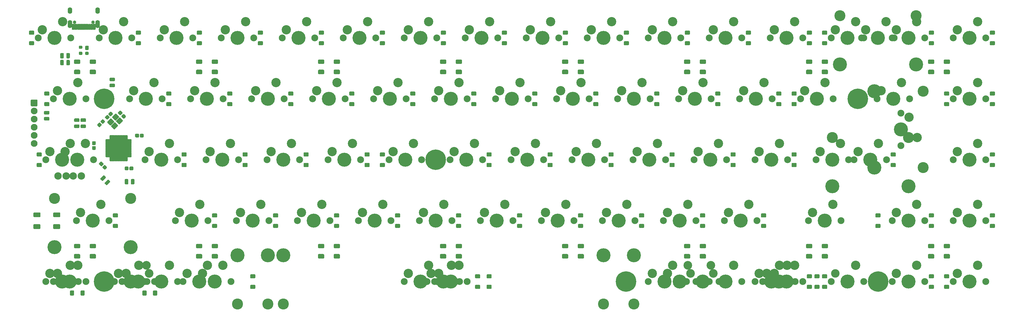
<source format=gbr>
G04 #@! TF.GenerationSoftware,KiCad,Pcbnew,(5.1.10)-1*
G04 #@! TF.CreationDate,2021-07-14T14:22:32+07:00*
G04 #@! TF.ProjectId,uso!VNC,75736f21-564e-4432-9e6b-696361645f70,rev?*
G04 #@! TF.SameCoordinates,Original*
G04 #@! TF.FileFunction,Soldermask,Bot*
G04 #@! TF.FilePolarity,Negative*
%FSLAX46Y46*%
G04 Gerber Fmt 4.6, Leading zero omitted, Abs format (unit mm)*
G04 Created by KiCad (PCBNEW (5.1.10)-1) date 2021-07-14 14:22:32*
%MOMM*%
%LPD*%
G01*
G04 APERTURE LIST*
%ADD10C,2.900000*%
%ADD11C,4.387800*%
%ADD12C,2.150000*%
%ADD13C,2.700000*%
%ADD14C,3.448000*%
%ADD15C,2.305000*%
%ADD16O,1.400000X2.000000*%
%ADD17O,1.400000X2.500000*%
%ADD18C,1.050000*%
%ADD19C,2.100000*%
%ADD20C,1.400000*%
%ADD21C,6.400000*%
%ADD22C,2.650000*%
G04 APERTURE END LIST*
D10*
X283528680Y-109220640D03*
D11*
X280988680Y-114300640D03*
D10*
X277178680Y-111760640D03*
D12*
X275908680Y-114300640D03*
X286068680Y-114300640D03*
G36*
G01*
X58968980Y-96550400D02*
X58968980Y-97650400D01*
G75*
G02*
X58768980Y-97850400I-200000J0D01*
G01*
X56968980Y-97850400D01*
G75*
G02*
X56768980Y-97650400I0J200000D01*
G01*
X56768980Y-96550400D01*
G75*
G02*
X56968980Y-96350400I200000J0D01*
G01*
X58768980Y-96350400D01*
G75*
G02*
X58968980Y-96550400I0J-200000D01*
G01*
G37*
G36*
G01*
X52768980Y-92850400D02*
X52768980Y-93950400D01*
G75*
G02*
X52568980Y-94150400I-200000J0D01*
G01*
X50768980Y-94150400D01*
G75*
G02*
X50568980Y-93950400I0J200000D01*
G01*
X50568980Y-92850400D01*
G75*
G02*
X50768980Y-92650400I200000J0D01*
G01*
X52568980Y-92650400D01*
G75*
G02*
X52768980Y-92850400I0J-200000D01*
G01*
G37*
G36*
G01*
X58968980Y-92850400D02*
X58968980Y-93950400D01*
G75*
G02*
X58768980Y-94150400I-200000J0D01*
G01*
X56968980Y-94150400D01*
G75*
G02*
X56768980Y-93950400I0J200000D01*
G01*
X56768980Y-92850400D01*
G75*
G02*
X56968980Y-92650400I200000J0D01*
G01*
X58768980Y-92650400D01*
G75*
G02*
X58968980Y-92850400I0J-200000D01*
G01*
G37*
G36*
G01*
X52768980Y-96550400D02*
X52768980Y-97650400D01*
G75*
G02*
X52568980Y-97850400I-200000J0D01*
G01*
X50768980Y-97850400D01*
G75*
G02*
X50568980Y-97650400I0J200000D01*
G01*
X50568980Y-96550400D01*
G75*
G02*
X50768980Y-96350400I200000J0D01*
G01*
X52568980Y-96350400D01*
G75*
G02*
X52768980Y-96550400I0J-200000D01*
G01*
G37*
G36*
G01*
X119663000Y-116600480D02*
X118463000Y-116600480D01*
G75*
G02*
X118263000Y-116400480I0J200000D01*
G01*
X118263000Y-115500480D01*
G75*
G02*
X118463000Y-115300480I200000J0D01*
G01*
X119663000Y-115300480D01*
G75*
G02*
X119863000Y-115500480I0J-200000D01*
G01*
X119863000Y-116400480D01*
G75*
G02*
X119663000Y-116600480I-200000J0D01*
G01*
G37*
G36*
G01*
X119663000Y-113300480D02*
X118463000Y-113300480D01*
G75*
G02*
X118263000Y-113100480I0J200000D01*
G01*
X118263000Y-112200480D01*
G75*
G02*
X118463000Y-112000480I200000J0D01*
G01*
X119663000Y-112000480D01*
G75*
G02*
X119863000Y-112200480I0J-200000D01*
G01*
X119863000Y-113100480D01*
G75*
G02*
X119663000Y-113300480I-200000J0D01*
G01*
G37*
D13*
X254953560Y-109220640D03*
D11*
X252413560Y-114300640D03*
D10*
X248603560Y-111760640D03*
D12*
X247333560Y-114300640D03*
X257493560Y-114300640D03*
D10*
X285909940Y-109220560D03*
D11*
X283369940Y-114300560D03*
D10*
X279559940Y-111760560D03*
D12*
X278289940Y-114300560D03*
X288449940Y-114300560D03*
D13*
X262097340Y-109220560D03*
D11*
X259557340Y-114300560D03*
D13*
X255747340Y-111760560D03*
D12*
X254477340Y-114300560D03*
X264637340Y-114300560D03*
D10*
X173990720Y-109220640D03*
D11*
X171450720Y-114300640D03*
D10*
X167640720Y-111760640D03*
D12*
X166370720Y-114300640D03*
X176530720Y-114300640D03*
D14*
X114300720Y-121285640D03*
X228600720Y-121285640D03*
D11*
X114300720Y-106045640D03*
X228600720Y-106045640D03*
D10*
X183515760Y-109220560D03*
D11*
X180975760Y-114300560D03*
D10*
X177165760Y-111760560D03*
D12*
X175895760Y-114300560D03*
X186055760Y-114300560D03*
D14*
X123825760Y-121285560D03*
X238125760Y-121285560D03*
D11*
X123825760Y-106045560D03*
X238125760Y-106045560D03*
D10*
X104934180Y-109220560D03*
D11*
X102394180Y-114300560D03*
D10*
X98584180Y-111760560D03*
D12*
X97314180Y-114300560D03*
X107474180Y-114300560D03*
D10*
X83502840Y-109220560D03*
D11*
X80962840Y-114300560D03*
D10*
X77152840Y-111760560D03*
D12*
X75882840Y-114300560D03*
X86042840Y-114300560D03*
D10*
X93027880Y-109220640D03*
D11*
X90487880Y-114300640D03*
D13*
X86677880Y-111760640D03*
D12*
X85407880Y-114300640D03*
X95567880Y-114300640D03*
D10*
X64452760Y-109220640D03*
D11*
X61912760Y-114300640D03*
D10*
X58102760Y-111760640D03*
D12*
X56832760Y-114300640D03*
X66992760Y-114300640D03*
D15*
X65563750Y-81280000D03*
X63023750Y-81280000D03*
X60801250Y-81280320D03*
X58261250Y-81280320D03*
G36*
G01*
X71479721Y-81998960D02*
X72398960Y-81079721D01*
G75*
G02*
X72681802Y-81079721I141421J-141421D01*
G01*
X73176777Y-81574696D01*
G75*
G02*
X73176777Y-81857538I-141421J-141421D01*
G01*
X72257538Y-82776777D01*
G75*
G02*
X71974696Y-82776777I-141421J141421D01*
G01*
X71479721Y-82281802D01*
G75*
G02*
X71479721Y-81998960I141421J141421D01*
G01*
G37*
G36*
G01*
X72823223Y-83342462D02*
X73742462Y-82423223D01*
G75*
G02*
X74025304Y-82423223I141421J-141421D01*
G01*
X74520279Y-82918198D01*
G75*
G02*
X74520279Y-83201040I-141421J-141421D01*
G01*
X73601040Y-84120279D01*
G75*
G02*
X73318198Y-84120279I-141421J141421D01*
G01*
X72823223Y-83625304D01*
G75*
G02*
X72823223Y-83342462I141421J141421D01*
G01*
G37*
G36*
G01*
X101375440Y-106876320D02*
X101375440Y-105876320D01*
G75*
G02*
X101575440Y-105676320I200000J0D01*
G01*
X103075440Y-105676320D01*
G75*
G02*
X103275440Y-105876320I0J-200000D01*
G01*
X103275440Y-106876320D01*
G75*
G02*
X103075440Y-107076320I-200000J0D01*
G01*
X101575440Y-107076320D01*
G75*
G02*
X101375440Y-106876320I0J200000D01*
G01*
G37*
G36*
G01*
X101375440Y-103676320D02*
X101375440Y-102676320D01*
G75*
G02*
X101575440Y-102476320I200000J0D01*
G01*
X103075440Y-102476320D01*
G75*
G02*
X103275440Y-102676320I0J-200000D01*
G01*
X103275440Y-103676320D01*
G75*
G02*
X103075440Y-103876320I-200000J0D01*
G01*
X101575440Y-103876320D01*
G75*
G02*
X101375440Y-103676320I0J200000D01*
G01*
G37*
G36*
G01*
X106275440Y-106876320D02*
X106275440Y-105876320D01*
G75*
G02*
X106475440Y-105676320I200000J0D01*
G01*
X107975440Y-105676320D01*
G75*
G02*
X108175440Y-105876320I0J-200000D01*
G01*
X108175440Y-106876320D01*
G75*
G02*
X107975440Y-107076320I-200000J0D01*
G01*
X106475440Y-107076320D01*
G75*
G02*
X106275440Y-106876320I0J200000D01*
G01*
G37*
G36*
G01*
X106275440Y-103676320D02*
X106275440Y-102676320D01*
G75*
G02*
X106475440Y-102476320I200000J0D01*
G01*
X107975440Y-102476320D01*
G75*
G02*
X108175440Y-102676320I0J-200000D01*
G01*
X108175440Y-103676320D01*
G75*
G02*
X107975440Y-103876320I-200000J0D01*
G01*
X106475440Y-103876320D01*
G75*
G02*
X106275440Y-103676320I0J200000D01*
G01*
G37*
D12*
X300355000Y-57150000D03*
X290195000Y-57150000D03*
D10*
X291465000Y-54610000D03*
D11*
X295275000Y-57150000D03*
D10*
X297815000Y-52070000D03*
D12*
X328930000Y-95250000D03*
X318770000Y-95250000D03*
D10*
X320040000Y-92710000D03*
D11*
X323850000Y-95250000D03*
D10*
X326390000Y-90170000D03*
D11*
X323850000Y-84455000D03*
X300037500Y-84455000D03*
D14*
X323850000Y-69215000D03*
X300037500Y-69215000D03*
D12*
X317023750Y-76200000D03*
X306863750Y-76200000D03*
D10*
X308133750Y-73660000D03*
D11*
X311943750Y-76200000D03*
D10*
X314483750Y-71120000D03*
D12*
X276542500Y-95250000D03*
X266382500Y-95250000D03*
D10*
X267652500Y-92710000D03*
D11*
X271462500Y-95250000D03*
D10*
X274002500Y-90170000D03*
D12*
X286067500Y-76200000D03*
X275907500Y-76200000D03*
D10*
X277177500Y-73660000D03*
D11*
X280987500Y-76200000D03*
D10*
X283527500Y-71120000D03*
D12*
X302736250Y-95250000D03*
X292576250Y-95250000D03*
D10*
X293846250Y-92710000D03*
D11*
X297656250Y-95250000D03*
D10*
X300196250Y-90170000D03*
G36*
G01*
X66944000Y-40499400D02*
X67644000Y-40499400D01*
G75*
G02*
X67844000Y-40699400I0J-200000D01*
G01*
X67844000Y-41699400D01*
G75*
G02*
X67644000Y-41899400I-200000J0D01*
G01*
X66944000Y-41899400D01*
G75*
G02*
X66744000Y-41699400I0J200000D01*
G01*
X66744000Y-40699400D01*
G75*
G02*
X66944000Y-40499400I200000J0D01*
G01*
G37*
G36*
G01*
X64944000Y-40499400D02*
X65644000Y-40499400D01*
G75*
G02*
X65844000Y-40699400I0J-200000D01*
G01*
X65844000Y-41299400D01*
G75*
G02*
X65644000Y-41499400I-200000J0D01*
G01*
X64944000Y-41499400D01*
G75*
G02*
X64744000Y-41299400I0J200000D01*
G01*
X64744000Y-40699400D01*
G75*
G02*
X64944000Y-40499400I200000J0D01*
G01*
G37*
G36*
G01*
X66944000Y-42399400D02*
X67644000Y-42399400D01*
G75*
G02*
X67844000Y-42599400I0J-200000D01*
G01*
X67844000Y-43199400D01*
G75*
G02*
X67644000Y-43399400I-200000J0D01*
G01*
X66944000Y-43399400D01*
G75*
G02*
X66744000Y-43199400I0J200000D01*
G01*
X66744000Y-42599400D01*
G75*
G02*
X66944000Y-42399400I200000J0D01*
G01*
G37*
G36*
G01*
X64944000Y-42399400D02*
X65644000Y-42399400D01*
G75*
G02*
X65844000Y-42599400I0J-200000D01*
G01*
X65844000Y-43199400D01*
G75*
G02*
X65644000Y-43399400I-200000J0D01*
G01*
X64944000Y-43399400D01*
G75*
G02*
X64744000Y-43199400I0J200000D01*
G01*
X64744000Y-42599400D01*
G75*
G02*
X64944000Y-42399400I200000J0D01*
G01*
G37*
G36*
G01*
X63275280Y-106876320D02*
X63275280Y-105876320D01*
G75*
G02*
X63475280Y-105676320I200000J0D01*
G01*
X64975280Y-105676320D01*
G75*
G02*
X65175280Y-105876320I0J-200000D01*
G01*
X65175280Y-106876320D01*
G75*
G02*
X64975280Y-107076320I-200000J0D01*
G01*
X63475280Y-107076320D01*
G75*
G02*
X63275280Y-106876320I0J200000D01*
G01*
G37*
G36*
G01*
X63275280Y-103676320D02*
X63275280Y-102676320D01*
G75*
G02*
X63475280Y-102476320I200000J0D01*
G01*
X64975280Y-102476320D01*
G75*
G02*
X65175280Y-102676320I0J-200000D01*
G01*
X65175280Y-103676320D01*
G75*
G02*
X64975280Y-103876320I-200000J0D01*
G01*
X63475280Y-103876320D01*
G75*
G02*
X63275280Y-103676320I0J200000D01*
G01*
G37*
G36*
G01*
X68175280Y-106876320D02*
X68175280Y-105876320D01*
G75*
G02*
X68375280Y-105676320I200000J0D01*
G01*
X69875280Y-105676320D01*
G75*
G02*
X70075280Y-105876320I0J-200000D01*
G01*
X70075280Y-106876320D01*
G75*
G02*
X69875280Y-107076320I-200000J0D01*
G01*
X68375280Y-107076320D01*
G75*
G02*
X68175280Y-106876320I0J200000D01*
G01*
G37*
G36*
G01*
X68175280Y-103676320D02*
X68175280Y-102676320D01*
G75*
G02*
X68375280Y-102476320I200000J0D01*
G01*
X69875280Y-102476320D01*
G75*
G02*
X70075280Y-102676320I0J-200000D01*
G01*
X70075280Y-103676320D01*
G75*
G02*
X69875280Y-103876320I-200000J0D01*
G01*
X68375280Y-103876320D01*
G75*
G02*
X68175280Y-103676320I0J200000D01*
G01*
G37*
G36*
G01*
X298676240Y-45025600D02*
X298676240Y-46025600D01*
G75*
G02*
X298476240Y-46225600I-200000J0D01*
G01*
X296976240Y-46225600D01*
G75*
G02*
X296776240Y-46025600I0J200000D01*
G01*
X296776240Y-45025600D01*
G75*
G02*
X296976240Y-44825600I200000J0D01*
G01*
X298476240Y-44825600D01*
G75*
G02*
X298676240Y-45025600I0J-200000D01*
G01*
G37*
G36*
G01*
X298676240Y-48225600D02*
X298676240Y-49225600D01*
G75*
G02*
X298476240Y-49425600I-200000J0D01*
G01*
X296976240Y-49425600D01*
G75*
G02*
X296776240Y-49225600I0J200000D01*
G01*
X296776240Y-48225600D01*
G75*
G02*
X296976240Y-48025600I200000J0D01*
G01*
X298476240Y-48025600D01*
G75*
G02*
X298676240Y-48225600I0J-200000D01*
G01*
G37*
G36*
G01*
X293776240Y-45025600D02*
X293776240Y-46025600D01*
G75*
G02*
X293576240Y-46225600I-200000J0D01*
G01*
X292076240Y-46225600D01*
G75*
G02*
X291876240Y-46025600I0J200000D01*
G01*
X291876240Y-45025600D01*
G75*
G02*
X292076240Y-44825600I200000J0D01*
G01*
X293576240Y-44825600D01*
G75*
G02*
X293776240Y-45025600I0J-200000D01*
G01*
G37*
G36*
G01*
X293776240Y-48225600D02*
X293776240Y-49225600D01*
G75*
G02*
X293576240Y-49425600I-200000J0D01*
G01*
X292076240Y-49425600D01*
G75*
G02*
X291876240Y-49225600I0J200000D01*
G01*
X291876240Y-48225600D01*
G75*
G02*
X292076240Y-48025600I200000J0D01*
G01*
X293576240Y-48025600D01*
G75*
G02*
X293776240Y-48225600I0J-200000D01*
G01*
G37*
G36*
G01*
X331876400Y-48225600D02*
X331876400Y-49225600D01*
G75*
G02*
X331676400Y-49425600I-200000J0D01*
G01*
X330176400Y-49425600D01*
G75*
G02*
X329976400Y-49225600I0J200000D01*
G01*
X329976400Y-48225600D01*
G75*
G02*
X330176400Y-48025600I200000J0D01*
G01*
X331676400Y-48025600D01*
G75*
G02*
X331876400Y-48225600I0J-200000D01*
G01*
G37*
G36*
G01*
X331876400Y-45025600D02*
X331876400Y-46025600D01*
G75*
G02*
X331676400Y-46225600I-200000J0D01*
G01*
X330176400Y-46225600D01*
G75*
G02*
X329976400Y-46025600I0J200000D01*
G01*
X329976400Y-45025600D01*
G75*
G02*
X330176400Y-44825600I200000J0D01*
G01*
X331676400Y-44825600D01*
G75*
G02*
X331876400Y-45025600I0J-200000D01*
G01*
G37*
G36*
G01*
X336776400Y-48225600D02*
X336776400Y-49225600D01*
G75*
G02*
X336576400Y-49425600I-200000J0D01*
G01*
X335076400Y-49425600D01*
G75*
G02*
X334876400Y-49225600I0J200000D01*
G01*
X334876400Y-48225600D01*
G75*
G02*
X335076400Y-48025600I200000J0D01*
G01*
X336576400Y-48025600D01*
G75*
G02*
X336776400Y-48225600I0J-200000D01*
G01*
G37*
G36*
G01*
X336776400Y-45025600D02*
X336776400Y-46025600D01*
G75*
G02*
X336576400Y-46225600I-200000J0D01*
G01*
X335076400Y-46225600D01*
G75*
G02*
X334876400Y-46025600I0J200000D01*
G01*
X334876400Y-45025600D01*
G75*
G02*
X335076400Y-44825600I200000J0D01*
G01*
X336576400Y-44825600D01*
G75*
G02*
X336776400Y-45025600I0J-200000D01*
G01*
G37*
G36*
G01*
X70075280Y-45025600D02*
X70075280Y-46025600D01*
G75*
G02*
X69875280Y-46225600I-200000J0D01*
G01*
X68375280Y-46225600D01*
G75*
G02*
X68175280Y-46025600I0J200000D01*
G01*
X68175280Y-45025600D01*
G75*
G02*
X68375280Y-44825600I200000J0D01*
G01*
X69875280Y-44825600D01*
G75*
G02*
X70075280Y-45025600I0J-200000D01*
G01*
G37*
G36*
G01*
X70075280Y-48225600D02*
X70075280Y-49225600D01*
G75*
G02*
X69875280Y-49425600I-200000J0D01*
G01*
X68375280Y-49425600D01*
G75*
G02*
X68175280Y-49225600I0J200000D01*
G01*
X68175280Y-48225600D01*
G75*
G02*
X68375280Y-48025600I200000J0D01*
G01*
X69875280Y-48025600D01*
G75*
G02*
X70075280Y-48225600I0J-200000D01*
G01*
G37*
G36*
G01*
X65175280Y-45025600D02*
X65175280Y-46025600D01*
G75*
G02*
X64975280Y-46225600I-200000J0D01*
G01*
X63475280Y-46225600D01*
G75*
G02*
X63275280Y-46025600I0J200000D01*
G01*
X63275280Y-45025600D01*
G75*
G02*
X63475280Y-44825600I200000J0D01*
G01*
X64975280Y-44825600D01*
G75*
G02*
X65175280Y-45025600I0J-200000D01*
G01*
G37*
G36*
G01*
X65175280Y-48225600D02*
X65175280Y-49225600D01*
G75*
G02*
X64975280Y-49425600I-200000J0D01*
G01*
X63475280Y-49425600D01*
G75*
G02*
X63275280Y-49225600I0J200000D01*
G01*
X63275280Y-48225600D01*
G75*
G02*
X63475280Y-48025600I200000J0D01*
G01*
X64975280Y-48025600D01*
G75*
G02*
X65175280Y-48225600I0J-200000D01*
G01*
G37*
G36*
G01*
X291876240Y-106876320D02*
X291876240Y-105876320D01*
G75*
G02*
X292076240Y-105676320I200000J0D01*
G01*
X293576240Y-105676320D01*
G75*
G02*
X293776240Y-105876320I0J-200000D01*
G01*
X293776240Y-106876320D01*
G75*
G02*
X293576240Y-107076320I-200000J0D01*
G01*
X292076240Y-107076320D01*
G75*
G02*
X291876240Y-106876320I0J200000D01*
G01*
G37*
G36*
G01*
X291876240Y-103676320D02*
X291876240Y-102676320D01*
G75*
G02*
X292076240Y-102476320I200000J0D01*
G01*
X293576240Y-102476320D01*
G75*
G02*
X293776240Y-102676320I0J-200000D01*
G01*
X293776240Y-103676320D01*
G75*
G02*
X293576240Y-103876320I-200000J0D01*
G01*
X292076240Y-103876320D01*
G75*
G02*
X291876240Y-103676320I0J200000D01*
G01*
G37*
G36*
G01*
X296776240Y-106876320D02*
X296776240Y-105876320D01*
G75*
G02*
X296976240Y-105676320I200000J0D01*
G01*
X298476240Y-105676320D01*
G75*
G02*
X298676240Y-105876320I0J-200000D01*
G01*
X298676240Y-106876320D01*
G75*
G02*
X298476240Y-107076320I-200000J0D01*
G01*
X296976240Y-107076320D01*
G75*
G02*
X296776240Y-106876320I0J200000D01*
G01*
G37*
G36*
G01*
X296776240Y-103676320D02*
X296776240Y-102676320D01*
G75*
G02*
X296976240Y-102476320I200000J0D01*
G01*
X298476240Y-102476320D01*
G75*
G02*
X298676240Y-102676320I0J-200000D01*
G01*
X298676240Y-103676320D01*
G75*
G02*
X298476240Y-103876320I-200000J0D01*
G01*
X296976240Y-103876320D01*
G75*
G02*
X296776240Y-103676320I0J200000D01*
G01*
G37*
G36*
G01*
X108175440Y-45025600D02*
X108175440Y-46025600D01*
G75*
G02*
X107975440Y-46225600I-200000J0D01*
G01*
X106475440Y-46225600D01*
G75*
G02*
X106275440Y-46025600I0J200000D01*
G01*
X106275440Y-45025600D01*
G75*
G02*
X106475440Y-44825600I200000J0D01*
G01*
X107975440Y-44825600D01*
G75*
G02*
X108175440Y-45025600I0J-200000D01*
G01*
G37*
G36*
G01*
X108175440Y-48225600D02*
X108175440Y-49225600D01*
G75*
G02*
X107975440Y-49425600I-200000J0D01*
G01*
X106475440Y-49425600D01*
G75*
G02*
X106275440Y-49225600I0J200000D01*
G01*
X106275440Y-48225600D01*
G75*
G02*
X106475440Y-48025600I200000J0D01*
G01*
X107975440Y-48025600D01*
G75*
G02*
X108175440Y-48225600I0J-200000D01*
G01*
G37*
G36*
G01*
X103275440Y-45025600D02*
X103275440Y-46025600D01*
G75*
G02*
X103075440Y-46225600I-200000J0D01*
G01*
X101575440Y-46225600D01*
G75*
G02*
X101375440Y-46025600I0J200000D01*
G01*
X101375440Y-45025600D01*
G75*
G02*
X101575440Y-44825600I200000J0D01*
G01*
X103075440Y-44825600D01*
G75*
G02*
X103275440Y-45025600I0J-200000D01*
G01*
G37*
G36*
G01*
X103275440Y-48225600D02*
X103275440Y-49225600D01*
G75*
G02*
X103075440Y-49425600I-200000J0D01*
G01*
X101575440Y-49425600D01*
G75*
G02*
X101375440Y-49225600I0J200000D01*
G01*
X101375440Y-48225600D01*
G75*
G02*
X101575440Y-48025600I200000J0D01*
G01*
X103075440Y-48025600D01*
G75*
G02*
X103275440Y-48225600I0J-200000D01*
G01*
G37*
G36*
G01*
X329976400Y-106876320D02*
X329976400Y-105876320D01*
G75*
G02*
X330176400Y-105676320I200000J0D01*
G01*
X331676400Y-105676320D01*
G75*
G02*
X331876400Y-105876320I0J-200000D01*
G01*
X331876400Y-106876320D01*
G75*
G02*
X331676400Y-107076320I-200000J0D01*
G01*
X330176400Y-107076320D01*
G75*
G02*
X329976400Y-106876320I0J200000D01*
G01*
G37*
G36*
G01*
X329976400Y-103676320D02*
X329976400Y-102676320D01*
G75*
G02*
X330176400Y-102476320I200000J0D01*
G01*
X331676400Y-102476320D01*
G75*
G02*
X331876400Y-102676320I0J-200000D01*
G01*
X331876400Y-103676320D01*
G75*
G02*
X331676400Y-103876320I-200000J0D01*
G01*
X330176400Y-103876320D01*
G75*
G02*
X329976400Y-103676320I0J200000D01*
G01*
G37*
G36*
G01*
X334876400Y-106876320D02*
X334876400Y-105876320D01*
G75*
G02*
X335076400Y-105676320I200000J0D01*
G01*
X336576400Y-105676320D01*
G75*
G02*
X336776400Y-105876320I0J-200000D01*
G01*
X336776400Y-106876320D01*
G75*
G02*
X336576400Y-107076320I-200000J0D01*
G01*
X335076400Y-107076320D01*
G75*
G02*
X334876400Y-106876320I0J200000D01*
G01*
G37*
G36*
G01*
X334876400Y-103676320D02*
X334876400Y-102676320D01*
G75*
G02*
X335076400Y-102476320I200000J0D01*
G01*
X336576400Y-102476320D01*
G75*
G02*
X336776400Y-102676320I0J-200000D01*
G01*
X336776400Y-103676320D01*
G75*
G02*
X336576400Y-103876320I-200000J0D01*
G01*
X335076400Y-103876320D01*
G75*
G02*
X334876400Y-103676320I0J200000D01*
G01*
G37*
G36*
G01*
X331595140Y-116601440D02*
X330395140Y-116601440D01*
G75*
G02*
X330195140Y-116401440I0J200000D01*
G01*
X330195140Y-115501440D01*
G75*
G02*
X330395140Y-115301440I200000J0D01*
G01*
X331595140Y-115301440D01*
G75*
G02*
X331795140Y-115501440I0J-200000D01*
G01*
X331795140Y-116401440D01*
G75*
G02*
X331595140Y-116601440I-200000J0D01*
G01*
G37*
G36*
G01*
X331595140Y-113301440D02*
X330395140Y-113301440D01*
G75*
G02*
X330195140Y-113101440I0J200000D01*
G01*
X330195140Y-112201440D01*
G75*
G02*
X330395140Y-112001440I200000J0D01*
G01*
X331595140Y-112001440D01*
G75*
G02*
X331795140Y-112201440I0J-200000D01*
G01*
X331795140Y-113101440D01*
G75*
G02*
X331595140Y-113301440I-200000J0D01*
G01*
G37*
G36*
G01*
X55368750Y-59450240D02*
X54168750Y-59450240D01*
G75*
G02*
X53968750Y-59250240I0J200000D01*
G01*
X53968750Y-58350240D01*
G75*
G02*
X54168750Y-58150240I200000J0D01*
G01*
X55368750Y-58150240D01*
G75*
G02*
X55568750Y-58350240I0J-200000D01*
G01*
X55568750Y-59250240D01*
G75*
G02*
X55368750Y-59450240I-200000J0D01*
G01*
G37*
G36*
G01*
X55368750Y-56150240D02*
X54168750Y-56150240D01*
G75*
G02*
X53968750Y-55950240I0J200000D01*
G01*
X53968750Y-55050240D01*
G75*
G02*
X54168750Y-54850240I200000J0D01*
G01*
X55368750Y-54850240D01*
G75*
G02*
X55568750Y-55050240I0J-200000D01*
G01*
X55568750Y-55950240D01*
G75*
G02*
X55368750Y-56150240I-200000J0D01*
G01*
G37*
G36*
G01*
X117281250Y-78500064D02*
X116081250Y-78500064D01*
G75*
G02*
X115881250Y-78300064I0J200000D01*
G01*
X115881250Y-77400064D01*
G75*
G02*
X116081250Y-77200064I200000J0D01*
G01*
X117281250Y-77200064D01*
G75*
G02*
X117481250Y-77400064I0J-200000D01*
G01*
X117481250Y-78300064D01*
G75*
G02*
X117281250Y-78500064I-200000J0D01*
G01*
G37*
G36*
G01*
X117281250Y-75200064D02*
X116081250Y-75200064D01*
G75*
G02*
X115881250Y-75000064I0J200000D01*
G01*
X115881250Y-74100064D01*
G75*
G02*
X116081250Y-73900064I200000J0D01*
G01*
X117281250Y-73900064D01*
G75*
G02*
X117481250Y-74100064I0J-200000D01*
G01*
X117481250Y-75000064D01*
G75*
G02*
X117281250Y-75200064I-200000J0D01*
G01*
G37*
G36*
G01*
X112518750Y-59450048D02*
X111318750Y-59450048D01*
G75*
G02*
X111118750Y-59250048I0J200000D01*
G01*
X111118750Y-58350048D01*
G75*
G02*
X111318750Y-58150048I200000J0D01*
G01*
X112518750Y-58150048D01*
G75*
G02*
X112718750Y-58350048I0J-200000D01*
G01*
X112718750Y-59250048D01*
G75*
G02*
X112518750Y-59450048I-200000J0D01*
G01*
G37*
G36*
G01*
X112518750Y-56150048D02*
X111318750Y-56150048D01*
G75*
G02*
X111118750Y-55950048I0J200000D01*
G01*
X111118750Y-55050048D01*
G75*
G02*
X111318750Y-54850048I200000J0D01*
G01*
X112518750Y-54850048D01*
G75*
G02*
X112718750Y-55050048I0J-200000D01*
G01*
X112718750Y-55950048D01*
G75*
G02*
X112518750Y-56150048I-200000J0D01*
G01*
G37*
G36*
G01*
X84615990Y-118472370D02*
X84615990Y-117272370D01*
G75*
G02*
X84815990Y-117072370I200000J0D01*
G01*
X85715990Y-117072370D01*
G75*
G02*
X85915990Y-117272370I0J-200000D01*
G01*
X85915990Y-118472370D01*
G75*
G02*
X85715990Y-118672370I-200000J0D01*
G01*
X84815990Y-118672370D01*
G75*
G02*
X84615990Y-118472370I0J200000D01*
G01*
G37*
G36*
G01*
X87915990Y-118472370D02*
X87915990Y-117272370D01*
G75*
G02*
X88115990Y-117072370I200000J0D01*
G01*
X89015990Y-117072370D01*
G75*
G02*
X89215990Y-117272370I0J-200000D01*
G01*
X89215990Y-118472370D01*
G75*
G02*
X89015990Y-118672370I-200000J0D01*
G01*
X88115990Y-118672370D01*
G75*
G02*
X87915990Y-118472370I0J200000D01*
G01*
G37*
G36*
G01*
X61994020Y-118472370D02*
X61994020Y-117272370D01*
G75*
G02*
X62194020Y-117072370I200000J0D01*
G01*
X63094020Y-117072370D01*
G75*
G02*
X63294020Y-117272370I0J-200000D01*
G01*
X63294020Y-118472370D01*
G75*
G02*
X63094020Y-118672370I-200000J0D01*
G01*
X62194020Y-118672370D01*
G75*
G02*
X61994020Y-118472370I0J200000D01*
G01*
G37*
G36*
G01*
X65294020Y-118472370D02*
X65294020Y-117272370D01*
G75*
G02*
X65494020Y-117072370I200000J0D01*
G01*
X66394020Y-117072370D01*
G75*
G02*
X66594020Y-117272370I0J-200000D01*
G01*
X66594020Y-118472370D01*
G75*
G02*
X66394020Y-118672370I-200000J0D01*
G01*
X65494020Y-118672370D01*
G75*
G02*
X65294020Y-118472370I0J200000D01*
G01*
G37*
G36*
G01*
X83943750Y-40400032D02*
X82743750Y-40400032D01*
G75*
G02*
X82543750Y-40200032I0J200000D01*
G01*
X82543750Y-39300032D01*
G75*
G02*
X82743750Y-39100032I200000J0D01*
G01*
X83943750Y-39100032D01*
G75*
G02*
X84143750Y-39300032I0J-200000D01*
G01*
X84143750Y-40200032D01*
G75*
G02*
X83943750Y-40400032I-200000J0D01*
G01*
G37*
G36*
G01*
X83943750Y-37100032D02*
X82743750Y-37100032D01*
G75*
G02*
X82543750Y-36900032I0J200000D01*
G01*
X82543750Y-36000032D01*
G75*
G02*
X82743750Y-35800032I200000J0D01*
G01*
X83943750Y-35800032D01*
G75*
G02*
X84143750Y-36000032I0J-200000D01*
G01*
X84143750Y-36900032D01*
G75*
G02*
X83943750Y-37100032I-200000J0D01*
G01*
G37*
G36*
G01*
X131568750Y-59450048D02*
X130368750Y-59450048D01*
G75*
G02*
X130168750Y-59250048I0J200000D01*
G01*
X130168750Y-58350048D01*
G75*
G02*
X130368750Y-58150048I200000J0D01*
G01*
X131568750Y-58150048D01*
G75*
G02*
X131768750Y-58350048I0J-200000D01*
G01*
X131768750Y-59250048D01*
G75*
G02*
X131568750Y-59450048I-200000J0D01*
G01*
G37*
G36*
G01*
X131568750Y-56150048D02*
X130368750Y-56150048D01*
G75*
G02*
X130168750Y-55950048I0J200000D01*
G01*
X130168750Y-55050048D01*
G75*
G02*
X130368750Y-54850048I200000J0D01*
G01*
X131568750Y-54850048D01*
G75*
G02*
X131768750Y-55050048I0J-200000D01*
G01*
X131768750Y-55950048D01*
G75*
G02*
X131568750Y-56150048I-200000J0D01*
G01*
G37*
G36*
G01*
X107756250Y-97550080D02*
X106556250Y-97550080D01*
G75*
G02*
X106356250Y-97350080I0J200000D01*
G01*
X106356250Y-96450080D01*
G75*
G02*
X106556250Y-96250080I200000J0D01*
G01*
X107756250Y-96250080D01*
G75*
G02*
X107956250Y-96450080I0J-200000D01*
G01*
X107956250Y-97350080D01*
G75*
G02*
X107756250Y-97550080I-200000J0D01*
G01*
G37*
G36*
G01*
X107756250Y-94250080D02*
X106556250Y-94250080D01*
G75*
G02*
X106356250Y-94050080I0J200000D01*
G01*
X106356250Y-93150080D01*
G75*
G02*
X106556250Y-92950080I200000J0D01*
G01*
X107756250Y-92950080D01*
G75*
G02*
X107956250Y-93150080I0J-200000D01*
G01*
X107956250Y-94050080D01*
G75*
G02*
X107756250Y-94250080I-200000J0D01*
G01*
G37*
G36*
G01*
X93468750Y-59450048D02*
X92268750Y-59450048D01*
G75*
G02*
X92068750Y-59250048I0J200000D01*
G01*
X92068750Y-58350048D01*
G75*
G02*
X92268750Y-58150048I200000J0D01*
G01*
X93468750Y-58150048D01*
G75*
G02*
X93668750Y-58350048I0J-200000D01*
G01*
X93668750Y-59250048D01*
G75*
G02*
X93468750Y-59450048I-200000J0D01*
G01*
G37*
G36*
G01*
X93468750Y-56150048D02*
X92268750Y-56150048D01*
G75*
G02*
X92068750Y-55950048I0J200000D01*
G01*
X92068750Y-55050048D01*
G75*
G02*
X92268750Y-54850048I200000J0D01*
G01*
X93468750Y-54850048D01*
G75*
G02*
X93668750Y-55050048I0J-200000D01*
G01*
X93668750Y-55950048D01*
G75*
G02*
X93468750Y-56150048I-200000J0D01*
G01*
G37*
G36*
G01*
X122043750Y-40400032D02*
X120843750Y-40400032D01*
G75*
G02*
X120643750Y-40200032I0J200000D01*
G01*
X120643750Y-39300032D01*
G75*
G02*
X120843750Y-39100032I200000J0D01*
G01*
X122043750Y-39100032D01*
G75*
G02*
X122243750Y-39300032I0J-200000D01*
G01*
X122243750Y-40200032D01*
G75*
G02*
X122043750Y-40400032I-200000J0D01*
G01*
G37*
G36*
G01*
X122043750Y-37100032D02*
X120843750Y-37100032D01*
G75*
G02*
X120643750Y-36900032I0J200000D01*
G01*
X120643750Y-36000032D01*
G75*
G02*
X120843750Y-35800032I200000J0D01*
G01*
X122043750Y-35800032D01*
G75*
G02*
X122243750Y-36000032I0J-200000D01*
G01*
X122243750Y-36900032D01*
G75*
G02*
X122043750Y-37100032I-200000J0D01*
G01*
G37*
G36*
G01*
X102993750Y-40400032D02*
X101793750Y-40400032D01*
G75*
G02*
X101593750Y-40200032I0J200000D01*
G01*
X101593750Y-39300032D01*
G75*
G02*
X101793750Y-39100032I200000J0D01*
G01*
X102993750Y-39100032D01*
G75*
G02*
X103193750Y-39300032I0J-200000D01*
G01*
X103193750Y-40200032D01*
G75*
G02*
X102993750Y-40400032I-200000J0D01*
G01*
G37*
G36*
G01*
X102993750Y-37100032D02*
X101793750Y-37100032D01*
G75*
G02*
X101593750Y-36900032I0J200000D01*
G01*
X101593750Y-36000032D01*
G75*
G02*
X101793750Y-35800032I200000J0D01*
G01*
X102993750Y-35800032D01*
G75*
G02*
X103193750Y-36000032I0J-200000D01*
G01*
X103193750Y-36900032D01*
G75*
G02*
X102993750Y-37100032I-200000J0D01*
G01*
G37*
G36*
G01*
X98231250Y-78500064D02*
X97031250Y-78500064D01*
G75*
G02*
X96831250Y-78300064I0J200000D01*
G01*
X96831250Y-77400064D01*
G75*
G02*
X97031250Y-77200064I200000J0D01*
G01*
X98231250Y-77200064D01*
G75*
G02*
X98431250Y-77400064I0J-200000D01*
G01*
X98431250Y-78300064D01*
G75*
G02*
X98231250Y-78500064I-200000J0D01*
G01*
G37*
G36*
G01*
X98231250Y-75200064D02*
X97031250Y-75200064D01*
G75*
G02*
X96831250Y-75000064I0J200000D01*
G01*
X96831250Y-74100064D01*
G75*
G02*
X97031250Y-73900064I200000J0D01*
G01*
X98231250Y-73900064D01*
G75*
G02*
X98431250Y-74100064I0J-200000D01*
G01*
X98431250Y-75000064D01*
G75*
G02*
X98231250Y-75200064I-200000J0D01*
G01*
G37*
G36*
G01*
X76800000Y-97550400D02*
X75600000Y-97550400D01*
G75*
G02*
X75400000Y-97350400I0J200000D01*
G01*
X75400000Y-96450400D01*
G75*
G02*
X75600000Y-96250400I200000J0D01*
G01*
X76800000Y-96250400D01*
G75*
G02*
X77000000Y-96450400I0J-200000D01*
G01*
X77000000Y-97350400D01*
G75*
G02*
X76800000Y-97550400I-200000J0D01*
G01*
G37*
G36*
G01*
X76800000Y-94250400D02*
X75600000Y-94250400D01*
G75*
G02*
X75400000Y-94050400I0J200000D01*
G01*
X75400000Y-93150400D01*
G75*
G02*
X75600000Y-92950400I200000J0D01*
G01*
X76800000Y-92950400D01*
G75*
G02*
X77000000Y-93150400I0J-200000D01*
G01*
X77000000Y-94050400D01*
G75*
G02*
X76800000Y-94250400I-200000J0D01*
G01*
G37*
G36*
G01*
X83843000Y-69018500D02*
X83843000Y-68268500D01*
G75*
G02*
X84043000Y-68068500I200000J0D01*
G01*
X84843000Y-68068500D01*
G75*
G02*
X85043000Y-68268500I0J-200000D01*
G01*
X85043000Y-69018500D01*
G75*
G02*
X84843000Y-69218500I-200000J0D01*
G01*
X84043000Y-69218500D01*
G75*
G02*
X83843000Y-69018500I0J200000D01*
G01*
G37*
G36*
G01*
X82343000Y-69018500D02*
X82343000Y-68268500D01*
G75*
G02*
X82543000Y-68068500I200000J0D01*
G01*
X83343000Y-68068500D01*
G75*
G02*
X83543000Y-68268500I0J-200000D01*
G01*
X83543000Y-69018500D01*
G75*
G02*
X83343000Y-69218500I-200000J0D01*
G01*
X82543000Y-69218500D01*
G75*
G02*
X82343000Y-69018500I0J200000D01*
G01*
G37*
G36*
G01*
X80566400Y-79267400D02*
X80566400Y-78517400D01*
G75*
G02*
X80766400Y-78317400I200000J0D01*
G01*
X81566400Y-78317400D01*
G75*
G02*
X81766400Y-78517400I0J-200000D01*
G01*
X81766400Y-79267400D01*
G75*
G02*
X81566400Y-79467400I-200000J0D01*
G01*
X80766400Y-79467400D01*
G75*
G02*
X80566400Y-79267400I0J200000D01*
G01*
G37*
G36*
G01*
X79066400Y-79267400D02*
X79066400Y-78517400D01*
G75*
G02*
X79266400Y-78317400I200000J0D01*
G01*
X80066400Y-78317400D01*
G75*
G02*
X80266400Y-78517400I0J-200000D01*
G01*
X80266400Y-79267400D01*
G75*
G02*
X80066400Y-79467400I-200000J0D01*
G01*
X79266400Y-79467400D01*
G75*
G02*
X79066400Y-79267400I0J200000D01*
G01*
G37*
G36*
G01*
X74539231Y-62541499D02*
X74008901Y-62011169D01*
G75*
G02*
X74008901Y-61728327I141421J141421D01*
G01*
X74574587Y-61162641D01*
G75*
G02*
X74857429Y-61162641I141421J-141421D01*
G01*
X75387759Y-61692971D01*
G75*
G02*
X75387759Y-61975813I-141421J-141421D01*
G01*
X74822073Y-62541499D01*
G75*
G02*
X74539231Y-62541499I-141421J141421D01*
G01*
G37*
G36*
G01*
X73478571Y-63602159D02*
X72948241Y-63071829D01*
G75*
G02*
X72948241Y-62788987I141421J141421D01*
G01*
X73513927Y-62223301D01*
G75*
G02*
X73796769Y-62223301I141421J-141421D01*
G01*
X74327099Y-62753631D01*
G75*
G02*
X74327099Y-63036473I-141421J-141421D01*
G01*
X73761413Y-63602159D01*
G75*
G02*
X73478571Y-63602159I-141421J141421D01*
G01*
G37*
G36*
G01*
X58952000Y-44287200D02*
X58952000Y-42987200D01*
G75*
G02*
X59152000Y-42787200I200000J0D01*
G01*
X59852000Y-42787200D01*
G75*
G02*
X60052000Y-42987200I0J-200000D01*
G01*
X60052000Y-44287200D01*
G75*
G02*
X59852000Y-44487200I-200000J0D01*
G01*
X59152000Y-44487200D01*
G75*
G02*
X58952000Y-44287200I0J200000D01*
G01*
G37*
G36*
G01*
X60852000Y-44287200D02*
X60852000Y-42987200D01*
G75*
G02*
X61052000Y-42787200I200000J0D01*
G01*
X61752000Y-42787200D01*
G75*
G02*
X61952000Y-42987200I0J-200000D01*
G01*
X61952000Y-44287200D01*
G75*
G02*
X61752000Y-44487200I-200000J0D01*
G01*
X61052000Y-44487200D01*
G75*
G02*
X60852000Y-44287200I0J200000D01*
G01*
G37*
G36*
G01*
X78391099Y-61706369D02*
X77860769Y-62236699D01*
G75*
G02*
X77577927Y-62236699I-141421J141421D01*
G01*
X77012241Y-61671013D01*
G75*
G02*
X77012241Y-61388171I141421J141421D01*
G01*
X77542571Y-60857841D01*
G75*
G02*
X77825413Y-60857841I141421J-141421D01*
G01*
X78391099Y-61423527D01*
G75*
G02*
X78391099Y-61706369I-141421J-141421D01*
G01*
G37*
G36*
G01*
X79451759Y-62767029D02*
X78921429Y-63297359D01*
G75*
G02*
X78638587Y-63297359I-141421J141421D01*
G01*
X78072901Y-62731673D01*
G75*
G02*
X78072901Y-62448831I141421J141421D01*
G01*
X78603231Y-61918501D01*
G75*
G02*
X78886073Y-61918501I141421J-141421D01*
G01*
X79451759Y-62484187D01*
G75*
G02*
X79451759Y-62767029I-141421J-141421D01*
G01*
G37*
G36*
G01*
X55387000Y-63920500D02*
X54087000Y-63920500D01*
G75*
G02*
X53887000Y-63720500I0J200000D01*
G01*
X53887000Y-63020500D01*
G75*
G02*
X54087000Y-62820500I200000J0D01*
G01*
X55387000Y-62820500D01*
G75*
G02*
X55587000Y-63020500I0J-200000D01*
G01*
X55587000Y-63720500D01*
G75*
G02*
X55387000Y-63920500I-200000J0D01*
G01*
G37*
G36*
G01*
X55387000Y-62020500D02*
X54087000Y-62020500D01*
G75*
G02*
X53887000Y-61820500I0J200000D01*
G01*
X53887000Y-61120500D01*
G75*
G02*
X54087000Y-60920500I200000J0D01*
G01*
X55387000Y-60920500D01*
G75*
G02*
X55587000Y-61120500I0J-200000D01*
G01*
X55587000Y-61820500D01*
G75*
G02*
X55387000Y-62020500I-200000J0D01*
G01*
G37*
G36*
G01*
X76480959Y-61778322D02*
X77329487Y-62626850D01*
G75*
G02*
X77329487Y-62909692I-141421J-141421D01*
G01*
X76339537Y-63899642D01*
G75*
G02*
X76056695Y-63899642I-141421J141421D01*
G01*
X75208167Y-63051114D01*
G75*
G02*
X75208167Y-62768272I141421J141421D01*
G01*
X76198117Y-61778322D01*
G75*
G02*
X76480959Y-61778322I141421J-141421D01*
G01*
G37*
G36*
G01*
X74925324Y-63333957D02*
X75773852Y-64182485D01*
G75*
G02*
X75773852Y-64465327I-141421J-141421D01*
G01*
X74783902Y-65455277D01*
G75*
G02*
X74501060Y-65455277I-141421J141421D01*
G01*
X73652532Y-64606749D01*
G75*
G02*
X73652532Y-64323907I141421J141421D01*
G01*
X74642482Y-63333957D01*
G75*
G02*
X74925324Y-63333957I141421J-141421D01*
G01*
G37*
G36*
G01*
X76127405Y-64536038D02*
X76975933Y-65384566D01*
G75*
G02*
X76975933Y-65667408I-141421J-141421D01*
G01*
X75985983Y-66657358D01*
G75*
G02*
X75703141Y-66657358I-141421J141421D01*
G01*
X74854613Y-65808830D01*
G75*
G02*
X74854613Y-65525988I141421J141421D01*
G01*
X75844563Y-64536038D01*
G75*
G02*
X76127405Y-64536038I141421J-141421D01*
G01*
G37*
G36*
G01*
X77683040Y-62980403D02*
X78531568Y-63828931D01*
G75*
G02*
X78531568Y-64111773I-141421J-141421D01*
G01*
X77541618Y-65101723D01*
G75*
G02*
X77258776Y-65101723I-141421J141421D01*
G01*
X76410248Y-64253195D01*
G75*
G02*
X76410248Y-63970353I141421J141421D01*
G01*
X77400198Y-62980403D01*
G75*
G02*
X77683040Y-62980403I141421J-141421D01*
G01*
G37*
G36*
G01*
X74354800Y-75113570D02*
X74354800Y-70052030D01*
G75*
G02*
X74624030Y-69782800I269230J0D01*
G01*
X79685570Y-69782800D01*
G75*
G02*
X79954800Y-70052030I0J-269230D01*
G01*
X79954800Y-75113570D01*
G75*
G02*
X79685570Y-75382800I-269230J0D01*
G01*
X74624030Y-75382800D01*
G75*
G02*
X74354800Y-75113570I0J269230D01*
G01*
G37*
G36*
G01*
X73079800Y-75245300D02*
X73079800Y-74920300D01*
G75*
G02*
X73242300Y-74757800I162500J0D01*
G01*
X74392300Y-74757800D01*
G75*
G02*
X74554800Y-74920300I0J-162500D01*
G01*
X74554800Y-75245300D01*
G75*
G02*
X74392300Y-75407800I-162500J0D01*
G01*
X73242300Y-75407800D01*
G75*
G02*
X73079800Y-75245300I0J162500D01*
G01*
G37*
G36*
G01*
X73079800Y-74745300D02*
X73079800Y-74420300D01*
G75*
G02*
X73242300Y-74257800I162500J0D01*
G01*
X74392300Y-74257800D01*
G75*
G02*
X74554800Y-74420300I0J-162500D01*
G01*
X74554800Y-74745300D01*
G75*
G02*
X74392300Y-74907800I-162500J0D01*
G01*
X73242300Y-74907800D01*
G75*
G02*
X73079800Y-74745300I0J162500D01*
G01*
G37*
G36*
G01*
X73079800Y-74245300D02*
X73079800Y-73920300D01*
G75*
G02*
X73242300Y-73757800I162500J0D01*
G01*
X74392300Y-73757800D01*
G75*
G02*
X74554800Y-73920300I0J-162500D01*
G01*
X74554800Y-74245300D01*
G75*
G02*
X74392300Y-74407800I-162500J0D01*
G01*
X73242300Y-74407800D01*
G75*
G02*
X73079800Y-74245300I0J162500D01*
G01*
G37*
G36*
G01*
X73079800Y-73745300D02*
X73079800Y-73420300D01*
G75*
G02*
X73242300Y-73257800I162500J0D01*
G01*
X74392300Y-73257800D01*
G75*
G02*
X74554800Y-73420300I0J-162500D01*
G01*
X74554800Y-73745300D01*
G75*
G02*
X74392300Y-73907800I-162500J0D01*
G01*
X73242300Y-73907800D01*
G75*
G02*
X73079800Y-73745300I0J162500D01*
G01*
G37*
G36*
G01*
X73079800Y-73245300D02*
X73079800Y-72920300D01*
G75*
G02*
X73242300Y-72757800I162500J0D01*
G01*
X74392300Y-72757800D01*
G75*
G02*
X74554800Y-72920300I0J-162500D01*
G01*
X74554800Y-73245300D01*
G75*
G02*
X74392300Y-73407800I-162500J0D01*
G01*
X73242300Y-73407800D01*
G75*
G02*
X73079800Y-73245300I0J162500D01*
G01*
G37*
G36*
G01*
X73079800Y-72745300D02*
X73079800Y-72420300D01*
G75*
G02*
X73242300Y-72257800I162500J0D01*
G01*
X74392300Y-72257800D01*
G75*
G02*
X74554800Y-72420300I0J-162500D01*
G01*
X74554800Y-72745300D01*
G75*
G02*
X74392300Y-72907800I-162500J0D01*
G01*
X73242300Y-72907800D01*
G75*
G02*
X73079800Y-72745300I0J162500D01*
G01*
G37*
G36*
G01*
X73079800Y-72245300D02*
X73079800Y-71920300D01*
G75*
G02*
X73242300Y-71757800I162500J0D01*
G01*
X74392300Y-71757800D01*
G75*
G02*
X74554800Y-71920300I0J-162500D01*
G01*
X74554800Y-72245300D01*
G75*
G02*
X74392300Y-72407800I-162500J0D01*
G01*
X73242300Y-72407800D01*
G75*
G02*
X73079800Y-72245300I0J162500D01*
G01*
G37*
G36*
G01*
X73079800Y-71745300D02*
X73079800Y-71420300D01*
G75*
G02*
X73242300Y-71257800I162500J0D01*
G01*
X74392300Y-71257800D01*
G75*
G02*
X74554800Y-71420300I0J-162500D01*
G01*
X74554800Y-71745300D01*
G75*
G02*
X74392300Y-71907800I-162500J0D01*
G01*
X73242300Y-71907800D01*
G75*
G02*
X73079800Y-71745300I0J162500D01*
G01*
G37*
G36*
G01*
X73079800Y-71245300D02*
X73079800Y-70920300D01*
G75*
G02*
X73242300Y-70757800I162500J0D01*
G01*
X74392300Y-70757800D01*
G75*
G02*
X74554800Y-70920300I0J-162500D01*
G01*
X74554800Y-71245300D01*
G75*
G02*
X74392300Y-71407800I-162500J0D01*
G01*
X73242300Y-71407800D01*
G75*
G02*
X73079800Y-71245300I0J162500D01*
G01*
G37*
G36*
G01*
X73079800Y-70745300D02*
X73079800Y-70420300D01*
G75*
G02*
X73242300Y-70257800I162500J0D01*
G01*
X74392300Y-70257800D01*
G75*
G02*
X74554800Y-70420300I0J-162500D01*
G01*
X74554800Y-70745300D01*
G75*
G02*
X74392300Y-70907800I-162500J0D01*
G01*
X73242300Y-70907800D01*
G75*
G02*
X73079800Y-70745300I0J162500D01*
G01*
G37*
G36*
G01*
X73079800Y-70245300D02*
X73079800Y-69920300D01*
G75*
G02*
X73242300Y-69757800I162500J0D01*
G01*
X74392300Y-69757800D01*
G75*
G02*
X74554800Y-69920300I0J-162500D01*
G01*
X74554800Y-70245300D01*
G75*
G02*
X74392300Y-70407800I-162500J0D01*
G01*
X73242300Y-70407800D01*
G75*
G02*
X73079800Y-70245300I0J162500D01*
G01*
G37*
G36*
G01*
X74329800Y-69820300D02*
X74329800Y-68670300D01*
G75*
G02*
X74492300Y-68507800I162500J0D01*
G01*
X74817300Y-68507800D01*
G75*
G02*
X74979800Y-68670300I0J-162500D01*
G01*
X74979800Y-69820300D01*
G75*
G02*
X74817300Y-69982800I-162500J0D01*
G01*
X74492300Y-69982800D01*
G75*
G02*
X74329800Y-69820300I0J162500D01*
G01*
G37*
G36*
G01*
X74829800Y-69820300D02*
X74829800Y-68670300D01*
G75*
G02*
X74992300Y-68507800I162500J0D01*
G01*
X75317300Y-68507800D01*
G75*
G02*
X75479800Y-68670300I0J-162500D01*
G01*
X75479800Y-69820300D01*
G75*
G02*
X75317300Y-69982800I-162500J0D01*
G01*
X74992300Y-69982800D01*
G75*
G02*
X74829800Y-69820300I0J162500D01*
G01*
G37*
G36*
G01*
X75329800Y-69820300D02*
X75329800Y-68670300D01*
G75*
G02*
X75492300Y-68507800I162500J0D01*
G01*
X75817300Y-68507800D01*
G75*
G02*
X75979800Y-68670300I0J-162500D01*
G01*
X75979800Y-69820300D01*
G75*
G02*
X75817300Y-69982800I-162500J0D01*
G01*
X75492300Y-69982800D01*
G75*
G02*
X75329800Y-69820300I0J162500D01*
G01*
G37*
G36*
G01*
X75829800Y-69820300D02*
X75829800Y-68670300D01*
G75*
G02*
X75992300Y-68507800I162500J0D01*
G01*
X76317300Y-68507800D01*
G75*
G02*
X76479800Y-68670300I0J-162500D01*
G01*
X76479800Y-69820300D01*
G75*
G02*
X76317300Y-69982800I-162500J0D01*
G01*
X75992300Y-69982800D01*
G75*
G02*
X75829800Y-69820300I0J162500D01*
G01*
G37*
G36*
G01*
X76329800Y-69820300D02*
X76329800Y-68670300D01*
G75*
G02*
X76492300Y-68507800I162500J0D01*
G01*
X76817300Y-68507800D01*
G75*
G02*
X76979800Y-68670300I0J-162500D01*
G01*
X76979800Y-69820300D01*
G75*
G02*
X76817300Y-69982800I-162500J0D01*
G01*
X76492300Y-69982800D01*
G75*
G02*
X76329800Y-69820300I0J162500D01*
G01*
G37*
G36*
G01*
X76829800Y-69820300D02*
X76829800Y-68670300D01*
G75*
G02*
X76992300Y-68507800I162500J0D01*
G01*
X77317300Y-68507800D01*
G75*
G02*
X77479800Y-68670300I0J-162500D01*
G01*
X77479800Y-69820300D01*
G75*
G02*
X77317300Y-69982800I-162500J0D01*
G01*
X76992300Y-69982800D01*
G75*
G02*
X76829800Y-69820300I0J162500D01*
G01*
G37*
G36*
G01*
X77329800Y-69820300D02*
X77329800Y-68670300D01*
G75*
G02*
X77492300Y-68507800I162500J0D01*
G01*
X77817300Y-68507800D01*
G75*
G02*
X77979800Y-68670300I0J-162500D01*
G01*
X77979800Y-69820300D01*
G75*
G02*
X77817300Y-69982800I-162500J0D01*
G01*
X77492300Y-69982800D01*
G75*
G02*
X77329800Y-69820300I0J162500D01*
G01*
G37*
G36*
G01*
X77829800Y-69820300D02*
X77829800Y-68670300D01*
G75*
G02*
X77992300Y-68507800I162500J0D01*
G01*
X78317300Y-68507800D01*
G75*
G02*
X78479800Y-68670300I0J-162500D01*
G01*
X78479800Y-69820300D01*
G75*
G02*
X78317300Y-69982800I-162500J0D01*
G01*
X77992300Y-69982800D01*
G75*
G02*
X77829800Y-69820300I0J162500D01*
G01*
G37*
G36*
G01*
X78329800Y-69820300D02*
X78329800Y-68670300D01*
G75*
G02*
X78492300Y-68507800I162500J0D01*
G01*
X78817300Y-68507800D01*
G75*
G02*
X78979800Y-68670300I0J-162500D01*
G01*
X78979800Y-69820300D01*
G75*
G02*
X78817300Y-69982800I-162500J0D01*
G01*
X78492300Y-69982800D01*
G75*
G02*
X78329800Y-69820300I0J162500D01*
G01*
G37*
G36*
G01*
X78829800Y-69820300D02*
X78829800Y-68670300D01*
G75*
G02*
X78992300Y-68507800I162500J0D01*
G01*
X79317300Y-68507800D01*
G75*
G02*
X79479800Y-68670300I0J-162500D01*
G01*
X79479800Y-69820300D01*
G75*
G02*
X79317300Y-69982800I-162500J0D01*
G01*
X78992300Y-69982800D01*
G75*
G02*
X78829800Y-69820300I0J162500D01*
G01*
G37*
G36*
G01*
X79329800Y-69820300D02*
X79329800Y-68670300D01*
G75*
G02*
X79492300Y-68507800I162500J0D01*
G01*
X79817300Y-68507800D01*
G75*
G02*
X79979800Y-68670300I0J-162500D01*
G01*
X79979800Y-69820300D01*
G75*
G02*
X79817300Y-69982800I-162500J0D01*
G01*
X79492300Y-69982800D01*
G75*
G02*
X79329800Y-69820300I0J162500D01*
G01*
G37*
G36*
G01*
X79754800Y-70245300D02*
X79754800Y-69920300D01*
G75*
G02*
X79917300Y-69757800I162500J0D01*
G01*
X81067300Y-69757800D01*
G75*
G02*
X81229800Y-69920300I0J-162500D01*
G01*
X81229800Y-70245300D01*
G75*
G02*
X81067300Y-70407800I-162500J0D01*
G01*
X79917300Y-70407800D01*
G75*
G02*
X79754800Y-70245300I0J162500D01*
G01*
G37*
G36*
G01*
X79754800Y-70745300D02*
X79754800Y-70420300D01*
G75*
G02*
X79917300Y-70257800I162500J0D01*
G01*
X81067300Y-70257800D01*
G75*
G02*
X81229800Y-70420300I0J-162500D01*
G01*
X81229800Y-70745300D01*
G75*
G02*
X81067300Y-70907800I-162500J0D01*
G01*
X79917300Y-70907800D01*
G75*
G02*
X79754800Y-70745300I0J162500D01*
G01*
G37*
G36*
G01*
X79754800Y-71245300D02*
X79754800Y-70920300D01*
G75*
G02*
X79917300Y-70757800I162500J0D01*
G01*
X81067300Y-70757800D01*
G75*
G02*
X81229800Y-70920300I0J-162500D01*
G01*
X81229800Y-71245300D01*
G75*
G02*
X81067300Y-71407800I-162500J0D01*
G01*
X79917300Y-71407800D01*
G75*
G02*
X79754800Y-71245300I0J162500D01*
G01*
G37*
G36*
G01*
X79754800Y-71745300D02*
X79754800Y-71420300D01*
G75*
G02*
X79917300Y-71257800I162500J0D01*
G01*
X81067300Y-71257800D01*
G75*
G02*
X81229800Y-71420300I0J-162500D01*
G01*
X81229800Y-71745300D01*
G75*
G02*
X81067300Y-71907800I-162500J0D01*
G01*
X79917300Y-71907800D01*
G75*
G02*
X79754800Y-71745300I0J162500D01*
G01*
G37*
G36*
G01*
X79754800Y-72245300D02*
X79754800Y-71920300D01*
G75*
G02*
X79917300Y-71757800I162500J0D01*
G01*
X81067300Y-71757800D01*
G75*
G02*
X81229800Y-71920300I0J-162500D01*
G01*
X81229800Y-72245300D01*
G75*
G02*
X81067300Y-72407800I-162500J0D01*
G01*
X79917300Y-72407800D01*
G75*
G02*
X79754800Y-72245300I0J162500D01*
G01*
G37*
G36*
G01*
X79754800Y-72745300D02*
X79754800Y-72420300D01*
G75*
G02*
X79917300Y-72257800I162500J0D01*
G01*
X81067300Y-72257800D01*
G75*
G02*
X81229800Y-72420300I0J-162500D01*
G01*
X81229800Y-72745300D01*
G75*
G02*
X81067300Y-72907800I-162500J0D01*
G01*
X79917300Y-72907800D01*
G75*
G02*
X79754800Y-72745300I0J162500D01*
G01*
G37*
G36*
G01*
X79754800Y-73245300D02*
X79754800Y-72920300D01*
G75*
G02*
X79917300Y-72757800I162500J0D01*
G01*
X81067300Y-72757800D01*
G75*
G02*
X81229800Y-72920300I0J-162500D01*
G01*
X81229800Y-73245300D01*
G75*
G02*
X81067300Y-73407800I-162500J0D01*
G01*
X79917300Y-73407800D01*
G75*
G02*
X79754800Y-73245300I0J162500D01*
G01*
G37*
G36*
G01*
X79754800Y-73745300D02*
X79754800Y-73420300D01*
G75*
G02*
X79917300Y-73257800I162500J0D01*
G01*
X81067300Y-73257800D01*
G75*
G02*
X81229800Y-73420300I0J-162500D01*
G01*
X81229800Y-73745300D01*
G75*
G02*
X81067300Y-73907800I-162500J0D01*
G01*
X79917300Y-73907800D01*
G75*
G02*
X79754800Y-73745300I0J162500D01*
G01*
G37*
G36*
G01*
X79754800Y-74245300D02*
X79754800Y-73920300D01*
G75*
G02*
X79917300Y-73757800I162500J0D01*
G01*
X81067300Y-73757800D01*
G75*
G02*
X81229800Y-73920300I0J-162500D01*
G01*
X81229800Y-74245300D01*
G75*
G02*
X81067300Y-74407800I-162500J0D01*
G01*
X79917300Y-74407800D01*
G75*
G02*
X79754800Y-74245300I0J162500D01*
G01*
G37*
G36*
G01*
X79754800Y-74745300D02*
X79754800Y-74420300D01*
G75*
G02*
X79917300Y-74257800I162500J0D01*
G01*
X81067300Y-74257800D01*
G75*
G02*
X81229800Y-74420300I0J-162500D01*
G01*
X81229800Y-74745300D01*
G75*
G02*
X81067300Y-74907800I-162500J0D01*
G01*
X79917300Y-74907800D01*
G75*
G02*
X79754800Y-74745300I0J162500D01*
G01*
G37*
G36*
G01*
X79754800Y-75245300D02*
X79754800Y-74920300D01*
G75*
G02*
X79917300Y-74757800I162500J0D01*
G01*
X81067300Y-74757800D01*
G75*
G02*
X81229800Y-74920300I0J-162500D01*
G01*
X81229800Y-75245300D01*
G75*
G02*
X81067300Y-75407800I-162500J0D01*
G01*
X79917300Y-75407800D01*
G75*
G02*
X79754800Y-75245300I0J162500D01*
G01*
G37*
G36*
G01*
X79329800Y-76495300D02*
X79329800Y-75345300D01*
G75*
G02*
X79492300Y-75182800I162500J0D01*
G01*
X79817300Y-75182800D01*
G75*
G02*
X79979800Y-75345300I0J-162500D01*
G01*
X79979800Y-76495300D01*
G75*
G02*
X79817300Y-76657800I-162500J0D01*
G01*
X79492300Y-76657800D01*
G75*
G02*
X79329800Y-76495300I0J162500D01*
G01*
G37*
G36*
G01*
X78829800Y-76495300D02*
X78829800Y-75345300D01*
G75*
G02*
X78992300Y-75182800I162500J0D01*
G01*
X79317300Y-75182800D01*
G75*
G02*
X79479800Y-75345300I0J-162500D01*
G01*
X79479800Y-76495300D01*
G75*
G02*
X79317300Y-76657800I-162500J0D01*
G01*
X78992300Y-76657800D01*
G75*
G02*
X78829800Y-76495300I0J162500D01*
G01*
G37*
G36*
G01*
X78329800Y-76495300D02*
X78329800Y-75345300D01*
G75*
G02*
X78492300Y-75182800I162500J0D01*
G01*
X78817300Y-75182800D01*
G75*
G02*
X78979800Y-75345300I0J-162500D01*
G01*
X78979800Y-76495300D01*
G75*
G02*
X78817300Y-76657800I-162500J0D01*
G01*
X78492300Y-76657800D01*
G75*
G02*
X78329800Y-76495300I0J162500D01*
G01*
G37*
G36*
G01*
X77829800Y-76495300D02*
X77829800Y-75345300D01*
G75*
G02*
X77992300Y-75182800I162500J0D01*
G01*
X78317300Y-75182800D01*
G75*
G02*
X78479800Y-75345300I0J-162500D01*
G01*
X78479800Y-76495300D01*
G75*
G02*
X78317300Y-76657800I-162500J0D01*
G01*
X77992300Y-76657800D01*
G75*
G02*
X77829800Y-76495300I0J162500D01*
G01*
G37*
G36*
G01*
X77329800Y-76495300D02*
X77329800Y-75345300D01*
G75*
G02*
X77492300Y-75182800I162500J0D01*
G01*
X77817300Y-75182800D01*
G75*
G02*
X77979800Y-75345300I0J-162500D01*
G01*
X77979800Y-76495300D01*
G75*
G02*
X77817300Y-76657800I-162500J0D01*
G01*
X77492300Y-76657800D01*
G75*
G02*
X77329800Y-76495300I0J162500D01*
G01*
G37*
G36*
G01*
X76829800Y-76495300D02*
X76829800Y-75345300D01*
G75*
G02*
X76992300Y-75182800I162500J0D01*
G01*
X77317300Y-75182800D01*
G75*
G02*
X77479800Y-75345300I0J-162500D01*
G01*
X77479800Y-76495300D01*
G75*
G02*
X77317300Y-76657800I-162500J0D01*
G01*
X76992300Y-76657800D01*
G75*
G02*
X76829800Y-76495300I0J162500D01*
G01*
G37*
G36*
G01*
X76329800Y-76495300D02*
X76329800Y-75345300D01*
G75*
G02*
X76492300Y-75182800I162500J0D01*
G01*
X76817300Y-75182800D01*
G75*
G02*
X76979800Y-75345300I0J-162500D01*
G01*
X76979800Y-76495300D01*
G75*
G02*
X76817300Y-76657800I-162500J0D01*
G01*
X76492300Y-76657800D01*
G75*
G02*
X76329800Y-76495300I0J162500D01*
G01*
G37*
G36*
G01*
X75829800Y-76495300D02*
X75829800Y-75345300D01*
G75*
G02*
X75992300Y-75182800I162500J0D01*
G01*
X76317300Y-75182800D01*
G75*
G02*
X76479800Y-75345300I0J-162500D01*
G01*
X76479800Y-76495300D01*
G75*
G02*
X76317300Y-76657800I-162500J0D01*
G01*
X75992300Y-76657800D01*
G75*
G02*
X75829800Y-76495300I0J162500D01*
G01*
G37*
G36*
G01*
X75329800Y-76495300D02*
X75329800Y-75345300D01*
G75*
G02*
X75492300Y-75182800I162500J0D01*
G01*
X75817300Y-75182800D01*
G75*
G02*
X75979800Y-75345300I0J-162500D01*
G01*
X75979800Y-76495300D01*
G75*
G02*
X75817300Y-76657800I-162500J0D01*
G01*
X75492300Y-76657800D01*
G75*
G02*
X75329800Y-76495300I0J162500D01*
G01*
G37*
G36*
G01*
X74829800Y-76495300D02*
X74829800Y-75345300D01*
G75*
G02*
X74992300Y-75182800I162500J0D01*
G01*
X75317300Y-75182800D01*
G75*
G02*
X75479800Y-75345300I0J-162500D01*
G01*
X75479800Y-76495300D01*
G75*
G02*
X75317300Y-76657800I-162500J0D01*
G01*
X74992300Y-76657800D01*
G75*
G02*
X74829800Y-76495300I0J162500D01*
G01*
G37*
G36*
G01*
X74329800Y-76495300D02*
X74329800Y-75345300D01*
G75*
G02*
X74492300Y-75182800I162500J0D01*
G01*
X74817300Y-75182800D01*
G75*
G02*
X74979800Y-75345300I0J-162500D01*
G01*
X74979800Y-76495300D01*
G75*
G02*
X74817300Y-76657800I-162500J0D01*
G01*
X74492300Y-76657800D01*
G75*
G02*
X74329800Y-76495300I0J162500D01*
G01*
G37*
G36*
G01*
X64781940Y-66258200D02*
X63481940Y-66258200D01*
G75*
G02*
X63281940Y-66058200I0J200000D01*
G01*
X63281940Y-65358200D01*
G75*
G02*
X63481940Y-65158200I200000J0D01*
G01*
X64781940Y-65158200D01*
G75*
G02*
X64981940Y-65358200I0J-200000D01*
G01*
X64981940Y-66058200D01*
G75*
G02*
X64781940Y-66258200I-200000J0D01*
G01*
G37*
G36*
G01*
X64781940Y-64358200D02*
X63481940Y-64358200D01*
G75*
G02*
X63281940Y-64158200I0J200000D01*
G01*
X63281940Y-63458200D01*
G75*
G02*
X63481940Y-63258200I200000J0D01*
G01*
X64781940Y-63258200D01*
G75*
G02*
X64981940Y-63458200I0J-200000D01*
G01*
X64981940Y-64158200D01*
G75*
G02*
X64781940Y-64358200I-200000J0D01*
G01*
G37*
G36*
G01*
X66781940Y-66258200D02*
X65481940Y-66258200D01*
G75*
G02*
X65281940Y-66058200I0J200000D01*
G01*
X65281940Y-65358200D01*
G75*
G02*
X65481940Y-65158200I200000J0D01*
G01*
X66781940Y-65158200D01*
G75*
G02*
X66981940Y-65358200I0J-200000D01*
G01*
X66981940Y-66058200D01*
G75*
G02*
X66781940Y-66258200I-200000J0D01*
G01*
G37*
G36*
G01*
X66781940Y-64358200D02*
X65481940Y-64358200D01*
G75*
G02*
X65281940Y-64158200I0J200000D01*
G01*
X65281940Y-63458200D01*
G75*
G02*
X65481940Y-63258200I200000J0D01*
G01*
X66781940Y-63258200D01*
G75*
G02*
X66981940Y-63458200I0J-200000D01*
G01*
X66981940Y-64158200D01*
G75*
G02*
X66781940Y-64358200I-200000J0D01*
G01*
G37*
G36*
G01*
X75834000Y-53519200D02*
X74534000Y-53519200D01*
G75*
G02*
X74334000Y-53319200I0J200000D01*
G01*
X74334000Y-52619200D01*
G75*
G02*
X74534000Y-52419200I200000J0D01*
G01*
X75834000Y-52419200D01*
G75*
G02*
X76034000Y-52619200I0J-200000D01*
G01*
X76034000Y-53319200D01*
G75*
G02*
X75834000Y-53519200I-200000J0D01*
G01*
G37*
G36*
G01*
X75834000Y-51619200D02*
X74534000Y-51619200D01*
G75*
G02*
X74334000Y-51419200I0J200000D01*
G01*
X74334000Y-50719200D01*
G75*
G02*
X74534000Y-50519200I200000J0D01*
G01*
X75834000Y-50519200D01*
G75*
G02*
X76034000Y-50719200I0J-200000D01*
G01*
X76034000Y-51419200D01*
G75*
G02*
X75834000Y-51619200I-200000J0D01*
G01*
G37*
D12*
X171767500Y-76200000D03*
X161607500Y-76200000D03*
D10*
X162877500Y-73660000D03*
D11*
X166687500Y-76200000D03*
D10*
X169227500Y-71120000D03*
G36*
G01*
X79119600Y-83708000D02*
X79119600Y-82408000D01*
G75*
G02*
X79319600Y-82208000I200000J0D01*
G01*
X80019600Y-82208000D01*
G75*
G02*
X80219600Y-82408000I0J-200000D01*
G01*
X80219600Y-83708000D01*
G75*
G02*
X80019600Y-83908000I-200000J0D01*
G01*
X79319600Y-83908000D01*
G75*
G02*
X79119600Y-83708000I0J200000D01*
G01*
G37*
G36*
G01*
X81019600Y-83708000D02*
X81019600Y-82408000D01*
G75*
G02*
X81219600Y-82208000I200000J0D01*
G01*
X81919600Y-82208000D01*
G75*
G02*
X82119600Y-82408000I0J-200000D01*
G01*
X82119600Y-83708000D01*
G75*
G02*
X81919600Y-83908000I-200000J0D01*
G01*
X81219600Y-83908000D01*
G75*
G02*
X81019600Y-83708000I0J200000D01*
G01*
G37*
G36*
G01*
X71358369Y-64610901D02*
X71888699Y-65141231D01*
G75*
G02*
X71888699Y-65424073I-141421J-141421D01*
G01*
X71323013Y-65989759D01*
G75*
G02*
X71040171Y-65989759I-141421J141421D01*
G01*
X70509841Y-65459429D01*
G75*
G02*
X70509841Y-65176587I141421J141421D01*
G01*
X71075527Y-64610901D01*
G75*
G02*
X71358369Y-64610901I141421J-141421D01*
G01*
G37*
G36*
G01*
X72419029Y-63550241D02*
X72949359Y-64080571D01*
G75*
G02*
X72949359Y-64363413I-141421J-141421D01*
G01*
X72383673Y-64929099D01*
G75*
G02*
X72100831Y-64929099I-141421J141421D01*
G01*
X71570501Y-64398769D01*
G75*
G02*
X71570501Y-64115927I141421J141421D01*
G01*
X72136187Y-63550241D01*
G75*
G02*
X72419029Y-63550241I141421J-141421D01*
G01*
G37*
G36*
G01*
X69094000Y-71905000D02*
X69844000Y-71905000D01*
G75*
G02*
X70044000Y-72105000I0J-200000D01*
G01*
X70044000Y-72905000D01*
G75*
G02*
X69844000Y-73105000I-200000J0D01*
G01*
X69094000Y-73105000D01*
G75*
G02*
X68894000Y-72905000I0J200000D01*
G01*
X68894000Y-72105000D01*
G75*
G02*
X69094000Y-71905000I200000J0D01*
G01*
G37*
G36*
G01*
X69094000Y-70405000D02*
X69844000Y-70405000D01*
G75*
G02*
X70044000Y-70605000I0J-200000D01*
G01*
X70044000Y-71405000D01*
G75*
G02*
X69844000Y-71605000I-200000J0D01*
G01*
X69094000Y-71605000D01*
G75*
G02*
X68894000Y-71405000I0J200000D01*
G01*
X68894000Y-70605000D01*
G75*
G02*
X69094000Y-70405000I200000J0D01*
G01*
G37*
D12*
X95567500Y-76200000D03*
X85407500Y-76200000D03*
D10*
X86677500Y-73660000D03*
D11*
X90487500Y-76200000D03*
D10*
X93027500Y-71120000D03*
G36*
G01*
X215675920Y-106876320D02*
X215675920Y-105876320D01*
G75*
G02*
X215875920Y-105676320I200000J0D01*
G01*
X217375920Y-105676320D01*
G75*
G02*
X217575920Y-105876320I0J-200000D01*
G01*
X217575920Y-106876320D01*
G75*
G02*
X217375920Y-107076320I-200000J0D01*
G01*
X215875920Y-107076320D01*
G75*
G02*
X215675920Y-106876320I0J200000D01*
G01*
G37*
G36*
G01*
X215675920Y-103676320D02*
X215675920Y-102676320D01*
G75*
G02*
X215875920Y-102476320I200000J0D01*
G01*
X217375920Y-102476320D01*
G75*
G02*
X217575920Y-102676320I0J-200000D01*
G01*
X217575920Y-103676320D01*
G75*
G02*
X217375920Y-103876320I-200000J0D01*
G01*
X215875920Y-103876320D01*
G75*
G02*
X215675920Y-103676320I0J200000D01*
G01*
G37*
G36*
G01*
X220575920Y-106876320D02*
X220575920Y-105876320D01*
G75*
G02*
X220775920Y-105676320I200000J0D01*
G01*
X222275920Y-105676320D01*
G75*
G02*
X222475920Y-105876320I0J-200000D01*
G01*
X222475920Y-106876320D01*
G75*
G02*
X222275920Y-107076320I-200000J0D01*
G01*
X220775920Y-107076320D01*
G75*
G02*
X220575920Y-106876320I0J200000D01*
G01*
G37*
G36*
G01*
X220575920Y-103676320D02*
X220575920Y-102676320D01*
G75*
G02*
X220775920Y-102476320I200000J0D01*
G01*
X222275920Y-102476320D01*
G75*
G02*
X222475920Y-102676320I0J-200000D01*
G01*
X222475920Y-103676320D01*
G75*
G02*
X222275920Y-103876320I-200000J0D01*
G01*
X220775920Y-103876320D01*
G75*
G02*
X220575920Y-103676320I0J200000D01*
G01*
G37*
G36*
G01*
X146275600Y-45025600D02*
X146275600Y-46025600D01*
G75*
G02*
X146075600Y-46225600I-200000J0D01*
G01*
X144575600Y-46225600D01*
G75*
G02*
X144375600Y-46025600I0J200000D01*
G01*
X144375600Y-45025600D01*
G75*
G02*
X144575600Y-44825600I200000J0D01*
G01*
X146075600Y-44825600D01*
G75*
G02*
X146275600Y-45025600I0J-200000D01*
G01*
G37*
G36*
G01*
X146275600Y-48225600D02*
X146275600Y-49225600D01*
G75*
G02*
X146075600Y-49425600I-200000J0D01*
G01*
X144575600Y-49425600D01*
G75*
G02*
X144375600Y-49225600I0J200000D01*
G01*
X144375600Y-48225600D01*
G75*
G02*
X144575600Y-48025600I200000J0D01*
G01*
X146075600Y-48025600D01*
G75*
G02*
X146275600Y-48225600I0J-200000D01*
G01*
G37*
G36*
G01*
X141375600Y-45025600D02*
X141375600Y-46025600D01*
G75*
G02*
X141175600Y-46225600I-200000J0D01*
G01*
X139675600Y-46225600D01*
G75*
G02*
X139475600Y-46025600I0J200000D01*
G01*
X139475600Y-45025600D01*
G75*
G02*
X139675600Y-44825600I200000J0D01*
G01*
X141175600Y-44825600D01*
G75*
G02*
X141375600Y-45025600I0J-200000D01*
G01*
G37*
G36*
G01*
X141375600Y-48225600D02*
X141375600Y-49225600D01*
G75*
G02*
X141175600Y-49425600I-200000J0D01*
G01*
X139675600Y-49425600D01*
G75*
G02*
X139475600Y-49225600I0J200000D01*
G01*
X139475600Y-48225600D01*
G75*
G02*
X139675600Y-48025600I200000J0D01*
G01*
X141175600Y-48025600D01*
G75*
G02*
X141375600Y-48225600I0J-200000D01*
G01*
G37*
G36*
G01*
X61952000Y-45171600D02*
X61952000Y-46471600D01*
G75*
G02*
X61752000Y-46671600I-200000J0D01*
G01*
X61052000Y-46671600D01*
G75*
G02*
X60852000Y-46471600I0J200000D01*
G01*
X60852000Y-45171600D01*
G75*
G02*
X61052000Y-44971600I200000J0D01*
G01*
X61752000Y-44971600D01*
G75*
G02*
X61952000Y-45171600I0J-200000D01*
G01*
G37*
G36*
G01*
X60052000Y-45171600D02*
X60052000Y-46471600D01*
G75*
G02*
X59852000Y-46671600I-200000J0D01*
G01*
X59152000Y-46671600D01*
G75*
G02*
X58952000Y-46471600I0J200000D01*
G01*
X58952000Y-45171600D01*
G75*
G02*
X59152000Y-44971600I200000J0D01*
G01*
X59852000Y-44971600D01*
G75*
G02*
X60052000Y-45171600I0J-200000D01*
G01*
G37*
G36*
G01*
X222475920Y-45025600D02*
X222475920Y-46025600D01*
G75*
G02*
X222275920Y-46225600I-200000J0D01*
G01*
X220775920Y-46225600D01*
G75*
G02*
X220575920Y-46025600I0J200000D01*
G01*
X220575920Y-45025600D01*
G75*
G02*
X220775920Y-44825600I200000J0D01*
G01*
X222275920Y-44825600D01*
G75*
G02*
X222475920Y-45025600I0J-200000D01*
G01*
G37*
G36*
G01*
X222475920Y-48225600D02*
X222475920Y-49225600D01*
G75*
G02*
X222275920Y-49425600I-200000J0D01*
G01*
X220775920Y-49425600D01*
G75*
G02*
X220575920Y-49225600I0J200000D01*
G01*
X220575920Y-48225600D01*
G75*
G02*
X220775920Y-48025600I200000J0D01*
G01*
X222275920Y-48025600D01*
G75*
G02*
X222475920Y-48225600I0J-200000D01*
G01*
G37*
G36*
G01*
X217575920Y-45025600D02*
X217575920Y-46025600D01*
G75*
G02*
X217375920Y-46225600I-200000J0D01*
G01*
X215875920Y-46225600D01*
G75*
G02*
X215675920Y-46025600I0J200000D01*
G01*
X215675920Y-45025600D01*
G75*
G02*
X215875920Y-44825600I200000J0D01*
G01*
X217375920Y-44825600D01*
G75*
G02*
X217575920Y-45025600I0J-200000D01*
G01*
G37*
G36*
G01*
X217575920Y-48225600D02*
X217575920Y-49225600D01*
G75*
G02*
X217375920Y-49425600I-200000J0D01*
G01*
X215875920Y-49425600D01*
G75*
G02*
X215675920Y-49225600I0J200000D01*
G01*
X215675920Y-48225600D01*
G75*
G02*
X215875920Y-48025600I200000J0D01*
G01*
X217375920Y-48025600D01*
G75*
G02*
X217575920Y-48225600I0J-200000D01*
G01*
G37*
G36*
G01*
X184375760Y-45025600D02*
X184375760Y-46025600D01*
G75*
G02*
X184175760Y-46225600I-200000J0D01*
G01*
X182675760Y-46225600D01*
G75*
G02*
X182475760Y-46025600I0J200000D01*
G01*
X182475760Y-45025600D01*
G75*
G02*
X182675760Y-44825600I200000J0D01*
G01*
X184175760Y-44825600D01*
G75*
G02*
X184375760Y-45025600I0J-200000D01*
G01*
G37*
G36*
G01*
X184375760Y-48225600D02*
X184375760Y-49225600D01*
G75*
G02*
X184175760Y-49425600I-200000J0D01*
G01*
X182675760Y-49425600D01*
G75*
G02*
X182475760Y-49225600I0J200000D01*
G01*
X182475760Y-48225600D01*
G75*
G02*
X182675760Y-48025600I200000J0D01*
G01*
X184175760Y-48025600D01*
G75*
G02*
X184375760Y-48225600I0J-200000D01*
G01*
G37*
G36*
G01*
X179475760Y-45025600D02*
X179475760Y-46025600D01*
G75*
G02*
X179275760Y-46225600I-200000J0D01*
G01*
X177775760Y-46225600D01*
G75*
G02*
X177575760Y-46025600I0J200000D01*
G01*
X177575760Y-45025600D01*
G75*
G02*
X177775760Y-44825600I200000J0D01*
G01*
X179275760Y-44825600D01*
G75*
G02*
X179475760Y-45025600I0J-200000D01*
G01*
G37*
G36*
G01*
X179475760Y-48225600D02*
X179475760Y-49225600D01*
G75*
G02*
X179275760Y-49425600I-200000J0D01*
G01*
X177775760Y-49425600D01*
G75*
G02*
X177575760Y-49225600I0J200000D01*
G01*
X177575760Y-48225600D01*
G75*
G02*
X177775760Y-48025600I200000J0D01*
G01*
X179275760Y-48025600D01*
G75*
G02*
X179475760Y-48225600I0J-200000D01*
G01*
G37*
D12*
X324167500Y-57150000D03*
X314007500Y-57150000D03*
D10*
X315277500Y-54610000D03*
D11*
X319087500Y-57150000D03*
D10*
X321627500Y-52070000D03*
G36*
G01*
X139475600Y-106876320D02*
X139475600Y-105876320D01*
G75*
G02*
X139675600Y-105676320I200000J0D01*
G01*
X141175600Y-105676320D01*
G75*
G02*
X141375600Y-105876320I0J-200000D01*
G01*
X141375600Y-106876320D01*
G75*
G02*
X141175600Y-107076320I-200000J0D01*
G01*
X139675600Y-107076320D01*
G75*
G02*
X139475600Y-106876320I0J200000D01*
G01*
G37*
G36*
G01*
X139475600Y-103676320D02*
X139475600Y-102676320D01*
G75*
G02*
X139675600Y-102476320I200000J0D01*
G01*
X141175600Y-102476320D01*
G75*
G02*
X141375600Y-102676320I0J-200000D01*
G01*
X141375600Y-103676320D01*
G75*
G02*
X141175600Y-103876320I-200000J0D01*
G01*
X139675600Y-103876320D01*
G75*
G02*
X139475600Y-103676320I0J200000D01*
G01*
G37*
G36*
G01*
X144375600Y-106876320D02*
X144375600Y-105876320D01*
G75*
G02*
X144575600Y-105676320I200000J0D01*
G01*
X146075600Y-105676320D01*
G75*
G02*
X146275600Y-105876320I0J-200000D01*
G01*
X146275600Y-106876320D01*
G75*
G02*
X146075600Y-107076320I-200000J0D01*
G01*
X144575600Y-107076320D01*
G75*
G02*
X144375600Y-106876320I0J200000D01*
G01*
G37*
G36*
G01*
X144375600Y-103676320D02*
X144375600Y-102676320D01*
G75*
G02*
X144575600Y-102476320I200000J0D01*
G01*
X146075600Y-102476320D01*
G75*
G02*
X146275600Y-102676320I0J-200000D01*
G01*
X146275600Y-103676320D01*
G75*
G02*
X146075600Y-103876320I-200000J0D01*
G01*
X144575600Y-103876320D01*
G75*
G02*
X144375600Y-103676320I0J200000D01*
G01*
G37*
G36*
G01*
X253776080Y-106876320D02*
X253776080Y-105876320D01*
G75*
G02*
X253976080Y-105676320I200000J0D01*
G01*
X255476080Y-105676320D01*
G75*
G02*
X255676080Y-105876320I0J-200000D01*
G01*
X255676080Y-106876320D01*
G75*
G02*
X255476080Y-107076320I-200000J0D01*
G01*
X253976080Y-107076320D01*
G75*
G02*
X253776080Y-106876320I0J200000D01*
G01*
G37*
G36*
G01*
X253776080Y-103676320D02*
X253776080Y-102676320D01*
G75*
G02*
X253976080Y-102476320I200000J0D01*
G01*
X255476080Y-102476320D01*
G75*
G02*
X255676080Y-102676320I0J-200000D01*
G01*
X255676080Y-103676320D01*
G75*
G02*
X255476080Y-103876320I-200000J0D01*
G01*
X253976080Y-103876320D01*
G75*
G02*
X253776080Y-103676320I0J200000D01*
G01*
G37*
G36*
G01*
X258676080Y-106876320D02*
X258676080Y-105876320D01*
G75*
G02*
X258876080Y-105676320I200000J0D01*
G01*
X260376080Y-105676320D01*
G75*
G02*
X260576080Y-105876320I0J-200000D01*
G01*
X260576080Y-106876320D01*
G75*
G02*
X260376080Y-107076320I-200000J0D01*
G01*
X258876080Y-107076320D01*
G75*
G02*
X258676080Y-106876320I0J200000D01*
G01*
G37*
G36*
G01*
X258676080Y-103676320D02*
X258676080Y-102676320D01*
G75*
G02*
X258876080Y-102476320I200000J0D01*
G01*
X260376080Y-102476320D01*
G75*
G02*
X260576080Y-102676320I0J-200000D01*
G01*
X260576080Y-103676320D01*
G75*
G02*
X260376080Y-103876320I-200000J0D01*
G01*
X258876080Y-103876320D01*
G75*
G02*
X258676080Y-103676320I0J200000D01*
G01*
G37*
G36*
G01*
X260576080Y-45025600D02*
X260576080Y-46025600D01*
G75*
G02*
X260376080Y-46225600I-200000J0D01*
G01*
X258876080Y-46225600D01*
G75*
G02*
X258676080Y-46025600I0J200000D01*
G01*
X258676080Y-45025600D01*
G75*
G02*
X258876080Y-44825600I200000J0D01*
G01*
X260376080Y-44825600D01*
G75*
G02*
X260576080Y-45025600I0J-200000D01*
G01*
G37*
G36*
G01*
X260576080Y-48225600D02*
X260576080Y-49225600D01*
G75*
G02*
X260376080Y-49425600I-200000J0D01*
G01*
X258876080Y-49425600D01*
G75*
G02*
X258676080Y-49225600I0J200000D01*
G01*
X258676080Y-48225600D01*
G75*
G02*
X258876080Y-48025600I200000J0D01*
G01*
X260376080Y-48025600D01*
G75*
G02*
X260576080Y-48225600I0J-200000D01*
G01*
G37*
G36*
G01*
X255676080Y-45025600D02*
X255676080Y-46025600D01*
G75*
G02*
X255476080Y-46225600I-200000J0D01*
G01*
X253976080Y-46225600D01*
G75*
G02*
X253776080Y-46025600I0J200000D01*
G01*
X253776080Y-45025600D01*
G75*
G02*
X253976080Y-44825600I200000J0D01*
G01*
X255476080Y-44825600D01*
G75*
G02*
X255676080Y-45025600I0J-200000D01*
G01*
G37*
G36*
G01*
X255676080Y-48225600D02*
X255676080Y-49225600D01*
G75*
G02*
X255476080Y-49425600I-200000J0D01*
G01*
X253976080Y-49425600D01*
G75*
G02*
X253776080Y-49225600I0J200000D01*
G01*
X253776080Y-48225600D01*
G75*
G02*
X253976080Y-48025600I200000J0D01*
G01*
X255476080Y-48025600D01*
G75*
G02*
X255676080Y-48225600I0J-200000D01*
G01*
G37*
G36*
G01*
X177575760Y-106876320D02*
X177575760Y-105876320D01*
G75*
G02*
X177775760Y-105676320I200000J0D01*
G01*
X179275760Y-105676320D01*
G75*
G02*
X179475760Y-105876320I0J-200000D01*
G01*
X179475760Y-106876320D01*
G75*
G02*
X179275760Y-107076320I-200000J0D01*
G01*
X177775760Y-107076320D01*
G75*
G02*
X177575760Y-106876320I0J200000D01*
G01*
G37*
G36*
G01*
X177575760Y-103676320D02*
X177575760Y-102676320D01*
G75*
G02*
X177775760Y-102476320I200000J0D01*
G01*
X179275760Y-102476320D01*
G75*
G02*
X179475760Y-102676320I0J-200000D01*
G01*
X179475760Y-103676320D01*
G75*
G02*
X179275760Y-103876320I-200000J0D01*
G01*
X177775760Y-103876320D01*
G75*
G02*
X177575760Y-103676320I0J200000D01*
G01*
G37*
G36*
G01*
X182475760Y-106876320D02*
X182475760Y-105876320D01*
G75*
G02*
X182675760Y-105676320I200000J0D01*
G01*
X184175760Y-105676320D01*
G75*
G02*
X184375760Y-105876320I0J-200000D01*
G01*
X184375760Y-106876320D01*
G75*
G02*
X184175760Y-107076320I-200000J0D01*
G01*
X182675760Y-107076320D01*
G75*
G02*
X182475760Y-106876320I0J200000D01*
G01*
G37*
G36*
G01*
X182475760Y-103676320D02*
X182475760Y-102676320D01*
G75*
G02*
X182675760Y-102476320I200000J0D01*
G01*
X184175760Y-102476320D01*
G75*
G02*
X184375760Y-102676320I0J-200000D01*
G01*
X184375760Y-103676320D01*
G75*
G02*
X184175760Y-103876320I-200000J0D01*
G01*
X182675760Y-103876320D01*
G75*
G02*
X182475760Y-103676320I0J200000D01*
G01*
G37*
G36*
G01*
X203006250Y-97550080D02*
X201806250Y-97550080D01*
G75*
G02*
X201606250Y-97350080I0J200000D01*
G01*
X201606250Y-96450080D01*
G75*
G02*
X201806250Y-96250080I200000J0D01*
G01*
X203006250Y-96250080D01*
G75*
G02*
X203206250Y-96450080I0J-200000D01*
G01*
X203206250Y-97350080D01*
G75*
G02*
X203006250Y-97550080I-200000J0D01*
G01*
G37*
G36*
G01*
X203006250Y-94250080D02*
X201806250Y-94250080D01*
G75*
G02*
X201606250Y-94050080I0J200000D01*
G01*
X201606250Y-93150080D01*
G75*
G02*
X201806250Y-92950080I200000J0D01*
G01*
X203006250Y-92950080D01*
G75*
G02*
X203206250Y-93150080I0J-200000D01*
G01*
X203206250Y-94050080D01*
G75*
G02*
X203006250Y-94250080I-200000J0D01*
G01*
G37*
G36*
G01*
X236343750Y-40400032D02*
X235143750Y-40400032D01*
G75*
G02*
X234943750Y-40200032I0J200000D01*
G01*
X234943750Y-39300032D01*
G75*
G02*
X235143750Y-39100032I200000J0D01*
G01*
X236343750Y-39100032D01*
G75*
G02*
X236543750Y-39300032I0J-200000D01*
G01*
X236543750Y-40200032D01*
G75*
G02*
X236343750Y-40400032I-200000J0D01*
G01*
G37*
G36*
G01*
X236343750Y-37100032D02*
X235143750Y-37100032D01*
G75*
G02*
X234943750Y-36900032I0J200000D01*
G01*
X234943750Y-36000032D01*
G75*
G02*
X235143750Y-35800032I200000J0D01*
G01*
X236343750Y-35800032D01*
G75*
G02*
X236543750Y-36000032I0J-200000D01*
G01*
X236543750Y-36900032D01*
G75*
G02*
X236343750Y-37100032I-200000J0D01*
G01*
G37*
G36*
G01*
X222056250Y-97550080D02*
X220856250Y-97550080D01*
G75*
G02*
X220656250Y-97350080I0J200000D01*
G01*
X220656250Y-96450080D01*
G75*
G02*
X220856250Y-96250080I200000J0D01*
G01*
X222056250Y-96250080D01*
G75*
G02*
X222256250Y-96450080I0J-200000D01*
G01*
X222256250Y-97350080D01*
G75*
G02*
X222056250Y-97550080I-200000J0D01*
G01*
G37*
G36*
G01*
X222056250Y-94250080D02*
X220856250Y-94250080D01*
G75*
G02*
X220656250Y-94050080I0J200000D01*
G01*
X220656250Y-93150080D01*
G75*
G02*
X220856250Y-92950080I200000J0D01*
G01*
X222056250Y-92950080D01*
G75*
G02*
X222256250Y-93150080I0J-200000D01*
G01*
X222256250Y-94050080D01*
G75*
G02*
X222056250Y-94250080I-200000J0D01*
G01*
G37*
G36*
G01*
X274443750Y-40400032D02*
X273243750Y-40400032D01*
G75*
G02*
X273043750Y-40200032I0J200000D01*
G01*
X273043750Y-39300032D01*
G75*
G02*
X273243750Y-39100032I200000J0D01*
G01*
X274443750Y-39100032D01*
G75*
G02*
X274643750Y-39300032I0J-200000D01*
G01*
X274643750Y-40200032D01*
G75*
G02*
X274443750Y-40400032I-200000J0D01*
G01*
G37*
G36*
G01*
X274443750Y-37100032D02*
X273243750Y-37100032D01*
G75*
G02*
X273043750Y-36900032I0J200000D01*
G01*
X273043750Y-36000032D01*
G75*
G02*
X273243750Y-35800032I200000J0D01*
G01*
X274443750Y-35800032D01*
G75*
G02*
X274643750Y-36000032I0J-200000D01*
G01*
X274643750Y-36900032D01*
G75*
G02*
X274443750Y-37100032I-200000J0D01*
G01*
G37*
G36*
G01*
X295876240Y-116601440D02*
X294676240Y-116601440D01*
G75*
G02*
X294476240Y-116401440I0J200000D01*
G01*
X294476240Y-115501440D01*
G75*
G02*
X294676240Y-115301440I200000J0D01*
G01*
X295876240Y-115301440D01*
G75*
G02*
X296076240Y-115501440I0J-200000D01*
G01*
X296076240Y-116401440D01*
G75*
G02*
X295876240Y-116601440I-200000J0D01*
G01*
G37*
G36*
G01*
X295876240Y-113301440D02*
X294676240Y-113301440D01*
G75*
G02*
X294476240Y-113101440I0J200000D01*
G01*
X294476240Y-112201440D01*
G75*
G02*
X294676240Y-112001440I200000J0D01*
G01*
X295876240Y-112001440D01*
G75*
G02*
X296076240Y-112201440I0J-200000D01*
G01*
X296076240Y-113101440D01*
G75*
G02*
X295876240Y-113301440I-200000J0D01*
G01*
G37*
G36*
G01*
X255393750Y-40400032D02*
X254193750Y-40400032D01*
G75*
G02*
X253993750Y-40200032I0J200000D01*
G01*
X253993750Y-39300032D01*
G75*
G02*
X254193750Y-39100032I200000J0D01*
G01*
X255393750Y-39100032D01*
G75*
G02*
X255593750Y-39300032I0J-200000D01*
G01*
X255593750Y-40200032D01*
G75*
G02*
X255393750Y-40400032I-200000J0D01*
G01*
G37*
G36*
G01*
X255393750Y-37100032D02*
X254193750Y-37100032D01*
G75*
G02*
X253993750Y-36900032I0J200000D01*
G01*
X253993750Y-36000032D01*
G75*
G02*
X254193750Y-35800032I200000J0D01*
G01*
X255393750Y-35800032D01*
G75*
G02*
X255593750Y-36000032I0J-200000D01*
G01*
X255593750Y-36900032D01*
G75*
G02*
X255393750Y-37100032I-200000J0D01*
G01*
G37*
G36*
G01*
X250631250Y-78500064D02*
X249431250Y-78500064D01*
G75*
G02*
X249231250Y-78300064I0J200000D01*
G01*
X249231250Y-77400064D01*
G75*
G02*
X249431250Y-77200064I200000J0D01*
G01*
X250631250Y-77200064D01*
G75*
G02*
X250831250Y-77400064I0J-200000D01*
G01*
X250831250Y-78300064D01*
G75*
G02*
X250631250Y-78500064I-200000J0D01*
G01*
G37*
G36*
G01*
X250631250Y-75200064D02*
X249431250Y-75200064D01*
G75*
G02*
X249231250Y-75000064I0J200000D01*
G01*
X249231250Y-74100064D01*
G75*
G02*
X249431250Y-73900064I200000J0D01*
G01*
X250631250Y-73900064D01*
G75*
G02*
X250831250Y-74100064I0J-200000D01*
G01*
X250831250Y-75000064D01*
G75*
G02*
X250631250Y-75200064I-200000J0D01*
G01*
G37*
G36*
G01*
X193482060Y-116600480D02*
X192282060Y-116600480D01*
G75*
G02*
X192082060Y-116400480I0J200000D01*
G01*
X192082060Y-115500480D01*
G75*
G02*
X192282060Y-115300480I200000J0D01*
G01*
X193482060Y-115300480D01*
G75*
G02*
X193682060Y-115500480I0J-200000D01*
G01*
X193682060Y-116400480D01*
G75*
G02*
X193482060Y-116600480I-200000J0D01*
G01*
G37*
G36*
G01*
X193482060Y-113300480D02*
X192282060Y-113300480D01*
G75*
G02*
X192082060Y-113100480I0J200000D01*
G01*
X192082060Y-112200480D01*
G75*
G02*
X192282060Y-112000480I200000J0D01*
G01*
X193482060Y-112000480D01*
G75*
G02*
X193682060Y-112200480I0J-200000D01*
G01*
X193682060Y-113100480D01*
G75*
G02*
X193482060Y-113300480I-200000J0D01*
G01*
G37*
G36*
G01*
X283968750Y-59450048D02*
X282768750Y-59450048D01*
G75*
G02*
X282568750Y-59250048I0J200000D01*
G01*
X282568750Y-58350048D01*
G75*
G02*
X282768750Y-58150048I200000J0D01*
G01*
X283968750Y-58150048D01*
G75*
G02*
X284168750Y-58350048I0J-200000D01*
G01*
X284168750Y-59250048D01*
G75*
G02*
X283968750Y-59450048I-200000J0D01*
G01*
G37*
G36*
G01*
X283968750Y-56150048D02*
X282768750Y-56150048D01*
G75*
G02*
X282568750Y-55950048I0J200000D01*
G01*
X282568750Y-55050048D01*
G75*
G02*
X282768750Y-54850048I200000J0D01*
G01*
X283968750Y-54850048D01*
G75*
G02*
X284168750Y-55050048I0J-200000D01*
G01*
X284168750Y-55950048D01*
G75*
G02*
X283968750Y-56150048I-200000J0D01*
G01*
G37*
G36*
G01*
X288731250Y-78500064D02*
X287531250Y-78500064D01*
G75*
G02*
X287331250Y-78300064I0J200000D01*
G01*
X287331250Y-77400064D01*
G75*
G02*
X287531250Y-77200064I200000J0D01*
G01*
X288731250Y-77200064D01*
G75*
G02*
X288931250Y-77400064I0J-200000D01*
G01*
X288931250Y-78300064D01*
G75*
G02*
X288731250Y-78500064I-200000J0D01*
G01*
G37*
G36*
G01*
X288731250Y-75200064D02*
X287531250Y-75200064D01*
G75*
G02*
X287331250Y-75000064I0J200000D01*
G01*
X287331250Y-74100064D01*
G75*
G02*
X287531250Y-73900064I200000J0D01*
G01*
X288731250Y-73900064D01*
G75*
G02*
X288931250Y-74100064I0J-200000D01*
G01*
X288931250Y-75000064D01*
G75*
G02*
X288731250Y-75200064I-200000J0D01*
G01*
G37*
G36*
G01*
X264918750Y-59450048D02*
X263718750Y-59450048D01*
G75*
G02*
X263518750Y-59250048I0J200000D01*
G01*
X263518750Y-58350048D01*
G75*
G02*
X263718750Y-58150048I200000J0D01*
G01*
X264918750Y-58150048D01*
G75*
G02*
X265118750Y-58350048I0J-200000D01*
G01*
X265118750Y-59250048D01*
G75*
G02*
X264918750Y-59450048I-200000J0D01*
G01*
G37*
G36*
G01*
X264918750Y-56150048D02*
X263718750Y-56150048D01*
G75*
G02*
X263518750Y-55950048I0J200000D01*
G01*
X263518750Y-55050048D01*
G75*
G02*
X263718750Y-54850048I200000J0D01*
G01*
X264918750Y-54850048D01*
G75*
G02*
X265118750Y-55050048I0J-200000D01*
G01*
X265118750Y-55950048D01*
G75*
G02*
X264918750Y-56150048I-200000J0D01*
G01*
G37*
G36*
G01*
X245868750Y-59450048D02*
X244668750Y-59450048D01*
G75*
G02*
X244468750Y-59250048I0J200000D01*
G01*
X244468750Y-58350048D01*
G75*
G02*
X244668750Y-58150048I200000J0D01*
G01*
X245868750Y-58150048D01*
G75*
G02*
X246068750Y-58350048I0J-200000D01*
G01*
X246068750Y-59250048D01*
G75*
G02*
X245868750Y-59450048I-200000J0D01*
G01*
G37*
G36*
G01*
X245868750Y-56150048D02*
X244668750Y-56150048D01*
G75*
G02*
X244468750Y-55950048I0J200000D01*
G01*
X244468750Y-55050048D01*
G75*
G02*
X244668750Y-54850048I200000J0D01*
G01*
X245868750Y-54850048D01*
G75*
G02*
X246068750Y-55050048I0J-200000D01*
G01*
X246068750Y-55950048D01*
G75*
G02*
X245868750Y-56150048I-200000J0D01*
G01*
G37*
G36*
G01*
X269681250Y-78500064D02*
X268481250Y-78500064D01*
G75*
G02*
X268281250Y-78300064I0J200000D01*
G01*
X268281250Y-77400064D01*
G75*
G02*
X268481250Y-77200064I200000J0D01*
G01*
X269681250Y-77200064D01*
G75*
G02*
X269881250Y-77400064I0J-200000D01*
G01*
X269881250Y-78300064D01*
G75*
G02*
X269681250Y-78500064I-200000J0D01*
G01*
G37*
G36*
G01*
X269681250Y-75200064D02*
X268481250Y-75200064D01*
G75*
G02*
X268281250Y-75000064I0J200000D01*
G01*
X268281250Y-74100064D01*
G75*
G02*
X268481250Y-73900064I200000J0D01*
G01*
X269681250Y-73900064D01*
G75*
G02*
X269881250Y-74100064I0J-200000D01*
G01*
X269881250Y-75000064D01*
G75*
G02*
X269681250Y-75200064I-200000J0D01*
G01*
G37*
G36*
G01*
X241106250Y-97550080D02*
X239906250Y-97550080D01*
G75*
G02*
X239706250Y-97350080I0J200000D01*
G01*
X239706250Y-96450080D01*
G75*
G02*
X239906250Y-96250080I200000J0D01*
G01*
X241106250Y-96250080D01*
G75*
G02*
X241306250Y-96450080I0J-200000D01*
G01*
X241306250Y-97350080D01*
G75*
G02*
X241106250Y-97550080I-200000J0D01*
G01*
G37*
G36*
G01*
X241106250Y-94250080D02*
X239906250Y-94250080D01*
G75*
G02*
X239706250Y-94050080I0J200000D01*
G01*
X239706250Y-93150080D01*
G75*
G02*
X239906250Y-92950080I200000J0D01*
G01*
X241106250Y-92950080D01*
G75*
G02*
X241306250Y-93150080I0J-200000D01*
G01*
X241306250Y-94050080D01*
G75*
G02*
X241106250Y-94250080I-200000J0D01*
G01*
G37*
G36*
G01*
X231581250Y-78500064D02*
X230381250Y-78500064D01*
G75*
G02*
X230181250Y-78300064I0J200000D01*
G01*
X230181250Y-77400064D01*
G75*
G02*
X230381250Y-77200064I200000J0D01*
G01*
X231581250Y-77200064D01*
G75*
G02*
X231781250Y-77400064I0J-200000D01*
G01*
X231781250Y-78300064D01*
G75*
G02*
X231581250Y-78500064I-200000J0D01*
G01*
G37*
G36*
G01*
X231581250Y-75200064D02*
X230381250Y-75200064D01*
G75*
G02*
X230181250Y-75000064I0J200000D01*
G01*
X230181250Y-74100064D01*
G75*
G02*
X230381250Y-73900064I200000J0D01*
G01*
X231581250Y-73900064D01*
G75*
G02*
X231781250Y-74100064I0J-200000D01*
G01*
X231781250Y-75000064D01*
G75*
G02*
X231581250Y-75200064I-200000J0D01*
G01*
G37*
G36*
G01*
X217293750Y-40400032D02*
X216093750Y-40400032D01*
G75*
G02*
X215893750Y-40200032I0J200000D01*
G01*
X215893750Y-39300032D01*
G75*
G02*
X216093750Y-39100032I200000J0D01*
G01*
X217293750Y-39100032D01*
G75*
G02*
X217493750Y-39300032I0J-200000D01*
G01*
X217493750Y-40200032D01*
G75*
G02*
X217293750Y-40400032I-200000J0D01*
G01*
G37*
G36*
G01*
X217293750Y-37100032D02*
X216093750Y-37100032D01*
G75*
G02*
X215893750Y-36900032I0J200000D01*
G01*
X215893750Y-36000032D01*
G75*
G02*
X216093750Y-35800032I200000J0D01*
G01*
X217293750Y-35800032D01*
G75*
G02*
X217493750Y-36000032I0J-200000D01*
G01*
X217493750Y-36900032D01*
G75*
G02*
X217293750Y-37100032I-200000J0D01*
G01*
G37*
G36*
G01*
X260156250Y-97550080D02*
X258956250Y-97550080D01*
G75*
G02*
X258756250Y-97350080I0J200000D01*
G01*
X258756250Y-96450080D01*
G75*
G02*
X258956250Y-96250080I200000J0D01*
G01*
X260156250Y-96250080D01*
G75*
G02*
X260356250Y-96450080I0J-200000D01*
G01*
X260356250Y-97350080D01*
G75*
G02*
X260156250Y-97550080I-200000J0D01*
G01*
G37*
G36*
G01*
X260156250Y-94250080D02*
X258956250Y-94250080D01*
G75*
G02*
X258756250Y-94050080I0J200000D01*
G01*
X258756250Y-93150080D01*
G75*
G02*
X258956250Y-92950080I200000J0D01*
G01*
X260156250Y-92950080D01*
G75*
G02*
X260356250Y-93150080I0J-200000D01*
G01*
X260356250Y-94050080D01*
G75*
G02*
X260156250Y-94250080I-200000J0D01*
G01*
G37*
G36*
G01*
X226818750Y-59450048D02*
X225618750Y-59450048D01*
G75*
G02*
X225418750Y-59250048I0J200000D01*
G01*
X225418750Y-58350048D01*
G75*
G02*
X225618750Y-58150048I200000J0D01*
G01*
X226818750Y-58150048D01*
G75*
G02*
X227018750Y-58350048I0J-200000D01*
G01*
X227018750Y-59250048D01*
G75*
G02*
X226818750Y-59450048I-200000J0D01*
G01*
G37*
G36*
G01*
X226818750Y-56150048D02*
X225618750Y-56150048D01*
G75*
G02*
X225418750Y-55950048I0J200000D01*
G01*
X225418750Y-55050048D01*
G75*
G02*
X225618750Y-54850048I200000J0D01*
G01*
X226818750Y-54850048D01*
G75*
G02*
X227018750Y-55050048I0J-200000D01*
G01*
X227018750Y-55950048D01*
G75*
G02*
X226818750Y-56150048I-200000J0D01*
G01*
G37*
G36*
G01*
X298257500Y-116601440D02*
X297057500Y-116601440D01*
G75*
G02*
X296857500Y-116401440I0J200000D01*
G01*
X296857500Y-115501440D01*
G75*
G02*
X297057500Y-115301440I200000J0D01*
G01*
X298257500Y-115301440D01*
G75*
G02*
X298457500Y-115501440I0J-200000D01*
G01*
X298457500Y-116401440D01*
G75*
G02*
X298257500Y-116601440I-200000J0D01*
G01*
G37*
G36*
G01*
X298257500Y-113301440D02*
X297057500Y-113301440D01*
G75*
G02*
X296857500Y-113101440I0J200000D01*
G01*
X296857500Y-112201440D01*
G75*
G02*
X297057500Y-112001440I200000J0D01*
G01*
X298257500Y-112001440D01*
G75*
G02*
X298457500Y-112201440I0J-200000D01*
G01*
X298457500Y-113101440D01*
G75*
G02*
X298257500Y-113301440I-200000J0D01*
G01*
G37*
G36*
G01*
X319687500Y-78500064D02*
X318487500Y-78500064D01*
G75*
G02*
X318287500Y-78300064I0J200000D01*
G01*
X318287500Y-77400064D01*
G75*
G02*
X318487500Y-77200064I200000J0D01*
G01*
X319687500Y-77200064D01*
G75*
G02*
X319887500Y-77400064I0J-200000D01*
G01*
X319887500Y-78300064D01*
G75*
G02*
X319687500Y-78500064I-200000J0D01*
G01*
G37*
G36*
G01*
X319687500Y-75200064D02*
X318487500Y-75200064D01*
G75*
G02*
X318287500Y-75000064I0J200000D01*
G01*
X318287500Y-74100064D01*
G75*
G02*
X318487500Y-73900064I200000J0D01*
G01*
X319687500Y-73900064D01*
G75*
G02*
X319887500Y-74100064I0J-200000D01*
G01*
X319887500Y-75000064D01*
G75*
G02*
X319687500Y-75200064I-200000J0D01*
G01*
G37*
G36*
G01*
X293493750Y-40400032D02*
X292293750Y-40400032D01*
G75*
G02*
X292093750Y-40200032I0J200000D01*
G01*
X292093750Y-39300032D01*
G75*
G02*
X292293750Y-39100032I200000J0D01*
G01*
X293493750Y-39100032D01*
G75*
G02*
X293693750Y-39300032I0J-200000D01*
G01*
X293693750Y-40200032D01*
G75*
G02*
X293493750Y-40400032I-200000J0D01*
G01*
G37*
G36*
G01*
X293493750Y-37100032D02*
X292293750Y-37100032D01*
G75*
G02*
X292093750Y-36900032I0J200000D01*
G01*
X292093750Y-36000032D01*
G75*
G02*
X292293750Y-35800032I200000J0D01*
G01*
X293493750Y-35800032D01*
G75*
G02*
X293693750Y-36000032I0J-200000D01*
G01*
X293693750Y-36900032D01*
G75*
G02*
X293493750Y-37100032I-200000J0D01*
G01*
G37*
G36*
G01*
X293494980Y-116601440D02*
X292294980Y-116601440D01*
G75*
G02*
X292094980Y-116401440I0J200000D01*
G01*
X292094980Y-115501440D01*
G75*
G02*
X292294980Y-115301440I200000J0D01*
G01*
X293494980Y-115301440D01*
G75*
G02*
X293694980Y-115501440I0J-200000D01*
G01*
X293694980Y-116401440D01*
G75*
G02*
X293494980Y-116601440I-200000J0D01*
G01*
G37*
G36*
G01*
X293494980Y-113301440D02*
X292294980Y-113301440D01*
G75*
G02*
X292094980Y-113101440I0J200000D01*
G01*
X292094980Y-112201440D01*
G75*
G02*
X292294980Y-112001440I200000J0D01*
G01*
X293494980Y-112001440D01*
G75*
G02*
X293694980Y-112201440I0J-200000D01*
G01*
X293694980Y-113101440D01*
G75*
G02*
X293494980Y-113301440I-200000J0D01*
G01*
G37*
G36*
G01*
X72447499Y-77657569D02*
X71917169Y-78187899D01*
G75*
G02*
X71634327Y-78187899I-141421J141421D01*
G01*
X71068641Y-77622213D01*
G75*
G02*
X71068641Y-77339371I141421J141421D01*
G01*
X71598971Y-76809041D01*
G75*
G02*
X71881813Y-76809041I141421J-141421D01*
G01*
X72447499Y-77374727D01*
G75*
G02*
X72447499Y-77657569I-141421J-141421D01*
G01*
G37*
G36*
G01*
X73508159Y-78718229D02*
X72977829Y-79248559D01*
G75*
G02*
X72694987Y-79248559I-141421J141421D01*
G01*
X72129301Y-78682873D01*
G75*
G02*
X72129301Y-78400031I141421J141421D01*
G01*
X72659631Y-77869701D01*
G75*
G02*
X72942473Y-77869701I141421J-141421D01*
G01*
X73508159Y-78435387D01*
G75*
G02*
X73508159Y-78718229I-141421J-141421D01*
G01*
G37*
G36*
G01*
X314925000Y-97550080D02*
X313725000Y-97550080D01*
G75*
G02*
X313525000Y-97350080I0J200000D01*
G01*
X313525000Y-96450080D01*
G75*
G02*
X313725000Y-96250080I200000J0D01*
G01*
X314925000Y-96250080D01*
G75*
G02*
X315125000Y-96450080I0J-200000D01*
G01*
X315125000Y-97350080D01*
G75*
G02*
X314925000Y-97550080I-200000J0D01*
G01*
G37*
G36*
G01*
X314925000Y-94250080D02*
X313725000Y-94250080D01*
G75*
G02*
X313525000Y-94050080I0J200000D01*
G01*
X313525000Y-93150080D01*
G75*
G02*
X313725000Y-92950080I200000J0D01*
G01*
X314925000Y-92950080D01*
G75*
G02*
X315125000Y-93150080I0J-200000D01*
G01*
X315125000Y-94050080D01*
G75*
G02*
X314925000Y-94250080I-200000J0D01*
G01*
G37*
G36*
G01*
X331593750Y-97550080D02*
X330393750Y-97550080D01*
G75*
G02*
X330193750Y-97350080I0J200000D01*
G01*
X330193750Y-96450080D01*
G75*
G02*
X330393750Y-96250080I200000J0D01*
G01*
X331593750Y-96250080D01*
G75*
G02*
X331793750Y-96450080I0J-200000D01*
G01*
X331793750Y-97350080D01*
G75*
G02*
X331593750Y-97550080I-200000J0D01*
G01*
G37*
G36*
G01*
X331593750Y-94250080D02*
X330393750Y-94250080D01*
G75*
G02*
X330193750Y-94050080I0J200000D01*
G01*
X330193750Y-93150080D01*
G75*
G02*
X330393750Y-92950080I200000J0D01*
G01*
X331593750Y-92950080D01*
G75*
G02*
X331793750Y-93150080I0J-200000D01*
G01*
X331793750Y-94050080D01*
G75*
G02*
X331593750Y-94250080I-200000J0D01*
G01*
G37*
G36*
G01*
X336357660Y-59450048D02*
X335157660Y-59450048D01*
G75*
G02*
X334957660Y-59250048I0J200000D01*
G01*
X334957660Y-58350048D01*
G75*
G02*
X335157660Y-58150048I200000J0D01*
G01*
X336357660Y-58150048D01*
G75*
G02*
X336557660Y-58350048I0J-200000D01*
G01*
X336557660Y-59250048D01*
G75*
G02*
X336357660Y-59450048I-200000J0D01*
G01*
G37*
G36*
G01*
X336357660Y-56150048D02*
X335157660Y-56150048D01*
G75*
G02*
X334957660Y-55950048I0J200000D01*
G01*
X334957660Y-55050048D01*
G75*
G02*
X335157660Y-54850048I200000J0D01*
G01*
X336357660Y-54850048D01*
G75*
G02*
X336557660Y-55050048I0J-200000D01*
G01*
X336557660Y-55950048D01*
G75*
G02*
X336357660Y-56150048I-200000J0D01*
G01*
G37*
G36*
G01*
X288732460Y-59450240D02*
X287532460Y-59450240D01*
G75*
G02*
X287332460Y-59250240I0J200000D01*
G01*
X287332460Y-58350240D01*
G75*
G02*
X287532460Y-58150240I200000J0D01*
G01*
X288732460Y-58150240D01*
G75*
G02*
X288932460Y-58350240I0J-200000D01*
G01*
X288932460Y-59250240D01*
G75*
G02*
X288732460Y-59450240I-200000J0D01*
G01*
G37*
G36*
G01*
X288732460Y-56150240D02*
X287532460Y-56150240D01*
G75*
G02*
X287332460Y-55950240I0J200000D01*
G01*
X287332460Y-55050240D01*
G75*
G02*
X287532460Y-54850240I200000J0D01*
G01*
X288732460Y-54850240D01*
G75*
G02*
X288932460Y-55050240I0J-200000D01*
G01*
X288932460Y-55950240D01*
G75*
G02*
X288732460Y-56150240I-200000J0D01*
G01*
G37*
G36*
G01*
X279206250Y-97550080D02*
X278006250Y-97550080D01*
G75*
G02*
X277806250Y-97350080I0J200000D01*
G01*
X277806250Y-96450080D01*
G75*
G02*
X278006250Y-96250080I200000J0D01*
G01*
X279206250Y-96250080D01*
G75*
G02*
X279406250Y-96450080I0J-200000D01*
G01*
X279406250Y-97350080D01*
G75*
G02*
X279206250Y-97550080I-200000J0D01*
G01*
G37*
G36*
G01*
X279206250Y-94250080D02*
X278006250Y-94250080D01*
G75*
G02*
X277806250Y-94050080I0J200000D01*
G01*
X277806250Y-93150080D01*
G75*
G02*
X278006250Y-92950080I200000J0D01*
G01*
X279206250Y-92950080D01*
G75*
G02*
X279406250Y-93150080I0J-200000D01*
G01*
X279406250Y-94050080D01*
G75*
G02*
X279206250Y-94250080I-200000J0D01*
G01*
G37*
G36*
G01*
X331593750Y-40400000D02*
X330393750Y-40400000D01*
G75*
G02*
X330193750Y-40200000I0J200000D01*
G01*
X330193750Y-39300000D01*
G75*
G02*
X330393750Y-39100000I200000J0D01*
G01*
X331593750Y-39100000D01*
G75*
G02*
X331793750Y-39300000I0J-200000D01*
G01*
X331793750Y-40200000D01*
G75*
G02*
X331593750Y-40400000I-200000J0D01*
G01*
G37*
G36*
G01*
X331593750Y-37100000D02*
X330393750Y-37100000D01*
G75*
G02*
X330193750Y-36900000I0J200000D01*
G01*
X330193750Y-36000000D01*
G75*
G02*
X330393750Y-35800000I200000J0D01*
G01*
X331593750Y-35800000D01*
G75*
G02*
X331793750Y-36000000I0J-200000D01*
G01*
X331793750Y-36900000D01*
G75*
G02*
X331593750Y-37100000I-200000J0D01*
G01*
G37*
G36*
G01*
X298256250Y-40400032D02*
X297056250Y-40400032D01*
G75*
G02*
X296856250Y-40200032I0J200000D01*
G01*
X296856250Y-39300032D01*
G75*
G02*
X297056250Y-39100032I200000J0D01*
G01*
X298256250Y-39100032D01*
G75*
G02*
X298456250Y-39300032I0J-200000D01*
G01*
X298456250Y-40200032D01*
G75*
G02*
X298256250Y-40400032I-200000J0D01*
G01*
G37*
G36*
G01*
X298256250Y-37100032D02*
X297056250Y-37100032D01*
G75*
G02*
X296856250Y-36900032I0J200000D01*
G01*
X296856250Y-36000032D01*
G75*
G02*
X297056250Y-35800032I200000J0D01*
G01*
X298256250Y-35800032D01*
G75*
G02*
X298456250Y-36000032I0J-200000D01*
G01*
X298456250Y-36900032D01*
G75*
G02*
X298256250Y-37100032I-200000J0D01*
G01*
G37*
G36*
G01*
X160143750Y-40400032D02*
X158943750Y-40400032D01*
G75*
G02*
X158743750Y-40200032I0J200000D01*
G01*
X158743750Y-39300032D01*
G75*
G02*
X158943750Y-39100032I200000J0D01*
G01*
X160143750Y-39100032D01*
G75*
G02*
X160343750Y-39300032I0J-200000D01*
G01*
X160343750Y-40200032D01*
G75*
G02*
X160143750Y-40400032I-200000J0D01*
G01*
G37*
G36*
G01*
X160143750Y-37100032D02*
X158943750Y-37100032D01*
G75*
G02*
X158743750Y-36900032I0J200000D01*
G01*
X158743750Y-36000032D01*
G75*
G02*
X158943750Y-35800032I200000J0D01*
G01*
X160143750Y-35800032D01*
G75*
G02*
X160343750Y-36000032I0J-200000D01*
G01*
X160343750Y-36900032D01*
G75*
G02*
X160143750Y-37100032I-200000J0D01*
G01*
G37*
G36*
G01*
X141093750Y-40400032D02*
X139893750Y-40400032D01*
G75*
G02*
X139693750Y-40200032I0J200000D01*
G01*
X139693750Y-39300032D01*
G75*
G02*
X139893750Y-39100032I200000J0D01*
G01*
X141093750Y-39100032D01*
G75*
G02*
X141293750Y-39300032I0J-200000D01*
G01*
X141293750Y-40200032D01*
G75*
G02*
X141093750Y-40400032I-200000J0D01*
G01*
G37*
G36*
G01*
X141093750Y-37100032D02*
X139893750Y-37100032D01*
G75*
G02*
X139693750Y-36900032I0J200000D01*
G01*
X139693750Y-36000032D01*
G75*
G02*
X139893750Y-35800032I200000J0D01*
G01*
X141093750Y-35800032D01*
G75*
G02*
X141293750Y-36000032I0J-200000D01*
G01*
X141293750Y-36900032D01*
G75*
G02*
X141093750Y-37100032I-200000J0D01*
G01*
G37*
G36*
G01*
X188718750Y-59450048D02*
X187518750Y-59450048D01*
G75*
G02*
X187318750Y-59250048I0J200000D01*
G01*
X187318750Y-58350048D01*
G75*
G02*
X187518750Y-58150048I200000J0D01*
G01*
X188718750Y-58150048D01*
G75*
G02*
X188918750Y-58350048I0J-200000D01*
G01*
X188918750Y-59250048D01*
G75*
G02*
X188718750Y-59450048I-200000J0D01*
G01*
G37*
G36*
G01*
X188718750Y-56150048D02*
X187518750Y-56150048D01*
G75*
G02*
X187318750Y-55950048I0J200000D01*
G01*
X187318750Y-55050048D01*
G75*
G02*
X187518750Y-54850048I200000J0D01*
G01*
X188718750Y-54850048D01*
G75*
G02*
X188918750Y-55050048I0J-200000D01*
G01*
X188918750Y-55950048D01*
G75*
G02*
X188718750Y-56150048I-200000J0D01*
G01*
G37*
G36*
G01*
X126806250Y-97550080D02*
X125606250Y-97550080D01*
G75*
G02*
X125406250Y-97350080I0J200000D01*
G01*
X125406250Y-96450080D01*
G75*
G02*
X125606250Y-96250080I200000J0D01*
G01*
X126806250Y-96250080D01*
G75*
G02*
X127006250Y-96450080I0J-200000D01*
G01*
X127006250Y-97350080D01*
G75*
G02*
X126806250Y-97550080I-200000J0D01*
G01*
G37*
G36*
G01*
X126806250Y-94250080D02*
X125606250Y-94250080D01*
G75*
G02*
X125406250Y-94050080I0J200000D01*
G01*
X125406250Y-93150080D01*
G75*
G02*
X125606250Y-92950080I200000J0D01*
G01*
X126806250Y-92950080D01*
G75*
G02*
X127006250Y-93150080I0J-200000D01*
G01*
X127006250Y-94050080D01*
G75*
G02*
X126806250Y-94250080I-200000J0D01*
G01*
G37*
G36*
G01*
X136331250Y-78500064D02*
X135131250Y-78500064D01*
G75*
G02*
X134931250Y-78300064I0J200000D01*
G01*
X134931250Y-77400064D01*
G75*
G02*
X135131250Y-77200064I200000J0D01*
G01*
X136331250Y-77200064D01*
G75*
G02*
X136531250Y-77400064I0J-200000D01*
G01*
X136531250Y-78300064D01*
G75*
G02*
X136331250Y-78500064I-200000J0D01*
G01*
G37*
G36*
G01*
X136331250Y-75200064D02*
X135131250Y-75200064D01*
G75*
G02*
X134931250Y-75000064I0J200000D01*
G01*
X134931250Y-74100064D01*
G75*
G02*
X135131250Y-73900064I200000J0D01*
G01*
X136331250Y-73900064D01*
G75*
G02*
X136531250Y-74100064I0J-200000D01*
G01*
X136531250Y-75000064D01*
G75*
G02*
X136331250Y-75200064I-200000J0D01*
G01*
G37*
G36*
G01*
X183956250Y-97550080D02*
X182756250Y-97550080D01*
G75*
G02*
X182556250Y-97350080I0J200000D01*
G01*
X182556250Y-96450080D01*
G75*
G02*
X182756250Y-96250080I200000J0D01*
G01*
X183956250Y-96250080D01*
G75*
G02*
X184156250Y-96450080I0J-200000D01*
G01*
X184156250Y-97350080D01*
G75*
G02*
X183956250Y-97550080I-200000J0D01*
G01*
G37*
G36*
G01*
X183956250Y-94250080D02*
X182756250Y-94250080D01*
G75*
G02*
X182556250Y-94050080I0J200000D01*
G01*
X182556250Y-93150080D01*
G75*
G02*
X182756250Y-92950080I200000J0D01*
G01*
X183956250Y-92950080D01*
G75*
G02*
X184156250Y-93150080I0J-200000D01*
G01*
X184156250Y-94050080D01*
G75*
G02*
X183956250Y-94250080I-200000J0D01*
G01*
G37*
G36*
G01*
X150618750Y-59450048D02*
X149418750Y-59450048D01*
G75*
G02*
X149218750Y-59250048I0J200000D01*
G01*
X149218750Y-58350048D01*
G75*
G02*
X149418750Y-58150048I200000J0D01*
G01*
X150618750Y-58150048D01*
G75*
G02*
X150818750Y-58350048I0J-200000D01*
G01*
X150818750Y-59250048D01*
G75*
G02*
X150618750Y-59450048I-200000J0D01*
G01*
G37*
G36*
G01*
X150618750Y-56150048D02*
X149418750Y-56150048D01*
G75*
G02*
X149218750Y-55950048I0J200000D01*
G01*
X149218750Y-55050048D01*
G75*
G02*
X149418750Y-54850048I200000J0D01*
G01*
X150618750Y-54850048D01*
G75*
G02*
X150818750Y-55050048I0J-200000D01*
G01*
X150818750Y-55950048D01*
G75*
G02*
X150618750Y-56150048I-200000J0D01*
G01*
G37*
G36*
G01*
X145856250Y-97550080D02*
X144656250Y-97550080D01*
G75*
G02*
X144456250Y-97350080I0J200000D01*
G01*
X144456250Y-96450080D01*
G75*
G02*
X144656250Y-96250080I200000J0D01*
G01*
X145856250Y-96250080D01*
G75*
G02*
X146056250Y-96450080I0J-200000D01*
G01*
X146056250Y-97350080D01*
G75*
G02*
X145856250Y-97550080I-200000J0D01*
G01*
G37*
G36*
G01*
X145856250Y-94250080D02*
X144656250Y-94250080D01*
G75*
G02*
X144456250Y-94050080I0J200000D01*
G01*
X144456250Y-93150080D01*
G75*
G02*
X144656250Y-92950080I200000J0D01*
G01*
X145856250Y-92950080D01*
G75*
G02*
X146056250Y-93150080I0J-200000D01*
G01*
X146056250Y-94050080D01*
G75*
G02*
X145856250Y-94250080I-200000J0D01*
G01*
G37*
G36*
G01*
X164906250Y-97550080D02*
X163706250Y-97550080D01*
G75*
G02*
X163506250Y-97350080I0J200000D01*
G01*
X163506250Y-96450080D01*
G75*
G02*
X163706250Y-96250080I200000J0D01*
G01*
X164906250Y-96250080D01*
G75*
G02*
X165106250Y-96450080I0J-200000D01*
G01*
X165106250Y-97350080D01*
G75*
G02*
X164906250Y-97550080I-200000J0D01*
G01*
G37*
G36*
G01*
X164906250Y-94250080D02*
X163706250Y-94250080D01*
G75*
G02*
X163506250Y-94050080I0J200000D01*
G01*
X163506250Y-93150080D01*
G75*
G02*
X163706250Y-92950080I200000J0D01*
G01*
X164906250Y-92950080D01*
G75*
G02*
X165106250Y-93150080I0J-200000D01*
G01*
X165106250Y-94050080D01*
G75*
G02*
X164906250Y-94250080I-200000J0D01*
G01*
G37*
G36*
G01*
X193481250Y-78500064D02*
X192281250Y-78500064D01*
G75*
G02*
X192081250Y-78300064I0J200000D01*
G01*
X192081250Y-77400064D01*
G75*
G02*
X192281250Y-77200064I200000J0D01*
G01*
X193481250Y-77200064D01*
G75*
G02*
X193681250Y-77400064I0J-200000D01*
G01*
X193681250Y-78300064D01*
G75*
G02*
X193481250Y-78500064I-200000J0D01*
G01*
G37*
G36*
G01*
X193481250Y-75200064D02*
X192281250Y-75200064D01*
G75*
G02*
X192081250Y-75000064I0J200000D01*
G01*
X192081250Y-74100064D01*
G75*
G02*
X192281250Y-73900064I200000J0D01*
G01*
X193481250Y-73900064D01*
G75*
G02*
X193681250Y-74100064I0J-200000D01*
G01*
X193681250Y-75000064D01*
G75*
G02*
X193481250Y-75200064I-200000J0D01*
G01*
G37*
G36*
G01*
X198243750Y-40400032D02*
X197043750Y-40400032D01*
G75*
G02*
X196843750Y-40200032I0J200000D01*
G01*
X196843750Y-39300032D01*
G75*
G02*
X197043750Y-39100032I200000J0D01*
G01*
X198243750Y-39100032D01*
G75*
G02*
X198443750Y-39300032I0J-200000D01*
G01*
X198443750Y-40200032D01*
G75*
G02*
X198243750Y-40400032I-200000J0D01*
G01*
G37*
G36*
G01*
X198243750Y-37100032D02*
X197043750Y-37100032D01*
G75*
G02*
X196843750Y-36900032I0J200000D01*
G01*
X196843750Y-36000032D01*
G75*
G02*
X197043750Y-35800032I200000J0D01*
G01*
X198243750Y-35800032D01*
G75*
G02*
X198443750Y-36000032I0J-200000D01*
G01*
X198443750Y-36900032D01*
G75*
G02*
X198243750Y-37100032I-200000J0D01*
G01*
G37*
G36*
G01*
X155381250Y-78500064D02*
X154181250Y-78500064D01*
G75*
G02*
X153981250Y-78300064I0J200000D01*
G01*
X153981250Y-77400064D01*
G75*
G02*
X154181250Y-77200064I200000J0D01*
G01*
X155381250Y-77200064D01*
G75*
G02*
X155581250Y-77400064I0J-200000D01*
G01*
X155581250Y-78300064D01*
G75*
G02*
X155381250Y-78500064I-200000J0D01*
G01*
G37*
G36*
G01*
X155381250Y-75200064D02*
X154181250Y-75200064D01*
G75*
G02*
X153981250Y-75000064I0J200000D01*
G01*
X153981250Y-74100064D01*
G75*
G02*
X154181250Y-73900064I200000J0D01*
G01*
X155381250Y-73900064D01*
G75*
G02*
X155581250Y-74100064I0J-200000D01*
G01*
X155581250Y-75000064D01*
G75*
G02*
X155381250Y-75200064I-200000J0D01*
G01*
G37*
G36*
G01*
X212531250Y-78500064D02*
X211331250Y-78500064D01*
G75*
G02*
X211131250Y-78300064I0J200000D01*
G01*
X211131250Y-77400064D01*
G75*
G02*
X211331250Y-77200064I200000J0D01*
G01*
X212531250Y-77200064D01*
G75*
G02*
X212731250Y-77400064I0J-200000D01*
G01*
X212731250Y-78300064D01*
G75*
G02*
X212531250Y-78500064I-200000J0D01*
G01*
G37*
G36*
G01*
X212531250Y-75200064D02*
X211331250Y-75200064D01*
G75*
G02*
X211131250Y-75000064I0J200000D01*
G01*
X211131250Y-74100064D01*
G75*
G02*
X211331250Y-73900064I200000J0D01*
G01*
X212531250Y-73900064D01*
G75*
G02*
X212731250Y-74100064I0J-200000D01*
G01*
X212731250Y-75000064D01*
G75*
G02*
X212531250Y-75200064I-200000J0D01*
G01*
G37*
G36*
G01*
X207768750Y-59450048D02*
X206568750Y-59450048D01*
G75*
G02*
X206368750Y-59250048I0J200000D01*
G01*
X206368750Y-58350048D01*
G75*
G02*
X206568750Y-58150048I200000J0D01*
G01*
X207768750Y-58150048D01*
G75*
G02*
X207968750Y-58350048I0J-200000D01*
G01*
X207968750Y-59250048D01*
G75*
G02*
X207768750Y-59450048I-200000J0D01*
G01*
G37*
G36*
G01*
X207768750Y-56150048D02*
X206568750Y-56150048D01*
G75*
G02*
X206368750Y-55950048I0J200000D01*
G01*
X206368750Y-55050048D01*
G75*
G02*
X206568750Y-54850048I200000J0D01*
G01*
X207768750Y-54850048D01*
G75*
G02*
X207968750Y-55050048I0J-200000D01*
G01*
X207968750Y-55950048D01*
G75*
G02*
X207768750Y-56150048I-200000J0D01*
G01*
G37*
G36*
G01*
X179193750Y-40400032D02*
X177993750Y-40400032D01*
G75*
G02*
X177793750Y-40200032I0J200000D01*
G01*
X177793750Y-39300032D01*
G75*
G02*
X177993750Y-39100032I200000J0D01*
G01*
X179193750Y-39100032D01*
G75*
G02*
X179393750Y-39300032I0J-200000D01*
G01*
X179393750Y-40200032D01*
G75*
G02*
X179193750Y-40400032I-200000J0D01*
G01*
G37*
G36*
G01*
X179193750Y-37100032D02*
X177993750Y-37100032D01*
G75*
G02*
X177793750Y-36900032I0J200000D01*
G01*
X177793750Y-36000032D01*
G75*
G02*
X177993750Y-35800032I200000J0D01*
G01*
X179193750Y-35800032D01*
G75*
G02*
X179393750Y-36000032I0J-200000D01*
G01*
X179393750Y-36900032D01*
G75*
G02*
X179193750Y-37100032I-200000J0D01*
G01*
G37*
G36*
G01*
X160143750Y-78500064D02*
X158943750Y-78500064D01*
G75*
G02*
X158743750Y-78300064I0J200000D01*
G01*
X158743750Y-77400064D01*
G75*
G02*
X158943750Y-77200064I200000J0D01*
G01*
X160143750Y-77200064D01*
G75*
G02*
X160343750Y-77400064I0J-200000D01*
G01*
X160343750Y-78300064D01*
G75*
G02*
X160143750Y-78500064I-200000J0D01*
G01*
G37*
G36*
G01*
X160143750Y-75200064D02*
X158943750Y-75200064D01*
G75*
G02*
X158743750Y-75000064I0J200000D01*
G01*
X158743750Y-74100064D01*
G75*
G02*
X158943750Y-73900064I200000J0D01*
G01*
X160143750Y-73900064D01*
G75*
G02*
X160343750Y-74100064I0J-200000D01*
G01*
X160343750Y-75000064D01*
G75*
G02*
X160143750Y-75200064I-200000J0D01*
G01*
G37*
G36*
G01*
X189910170Y-116600480D02*
X188710170Y-116600480D01*
G75*
G02*
X188510170Y-116400480I0J200000D01*
G01*
X188510170Y-115500480D01*
G75*
G02*
X188710170Y-115300480I200000J0D01*
G01*
X189910170Y-115300480D01*
G75*
G02*
X190110170Y-115500480I0J-200000D01*
G01*
X190110170Y-116400480D01*
G75*
G02*
X189910170Y-116600480I-200000J0D01*
G01*
G37*
G36*
G01*
X189910170Y-113300480D02*
X188710170Y-113300480D01*
G75*
G02*
X188510170Y-113100480I0J200000D01*
G01*
X188510170Y-112200480D01*
G75*
G02*
X188710170Y-112000480I200000J0D01*
G01*
X189910170Y-112000480D01*
G75*
G02*
X190110170Y-112200480I0J-200000D01*
G01*
X190110170Y-113100480D01*
G75*
G02*
X189910170Y-113300480I-200000J0D01*
G01*
G37*
G36*
G01*
X169668750Y-59450048D02*
X168468750Y-59450048D01*
G75*
G02*
X168268750Y-59250048I0J200000D01*
G01*
X168268750Y-58350048D01*
G75*
G02*
X168468750Y-58150048I200000J0D01*
G01*
X169668750Y-58150048D01*
G75*
G02*
X169868750Y-58350048I0J-200000D01*
G01*
X169868750Y-59250048D01*
G75*
G02*
X169668750Y-59450048I-200000J0D01*
G01*
G37*
G36*
G01*
X169668750Y-56150048D02*
X168468750Y-56150048D01*
G75*
G02*
X168268750Y-55950048I0J200000D01*
G01*
X168268750Y-55050048D01*
G75*
G02*
X168468750Y-54850048I200000J0D01*
G01*
X169668750Y-54850048D01*
G75*
G02*
X169868750Y-55050048I0J-200000D01*
G01*
X169868750Y-55950048D01*
G75*
G02*
X169668750Y-56150048I-200000J0D01*
G01*
G37*
D12*
X147955000Y-57150000D03*
X137795000Y-57150000D03*
D10*
X139065000Y-54610000D03*
D11*
X142875000Y-57150000D03*
D10*
X145415000Y-52070000D03*
D12*
X162242500Y-95250000D03*
X152082500Y-95250000D03*
D10*
X153352500Y-92710000D03*
D11*
X157162500Y-95250000D03*
D10*
X159702500Y-90170000D03*
D12*
X133667500Y-76200000D03*
X123507500Y-76200000D03*
D10*
X124777500Y-73660000D03*
D11*
X128587500Y-76200000D03*
D10*
X131127500Y-71120000D03*
D12*
X128905000Y-57150000D03*
X118745000Y-57150000D03*
D10*
X120015000Y-54610000D03*
D11*
X123825000Y-57150000D03*
D10*
X126365000Y-52070000D03*
D12*
X209867500Y-76200000D03*
X199707500Y-76200000D03*
D10*
X200977500Y-73660000D03*
D11*
X204787500Y-76200000D03*
D10*
X207327500Y-71120000D03*
D12*
X167005000Y-57150000D03*
X156845000Y-57150000D03*
D10*
X158115000Y-54610000D03*
D11*
X161925000Y-57150000D03*
D10*
X164465000Y-52070000D03*
D12*
X228917500Y-76200000D03*
X218757500Y-76200000D03*
D10*
X220027500Y-73660000D03*
D11*
X223837500Y-76200000D03*
D10*
X226377500Y-71120000D03*
D12*
X114617500Y-76200000D03*
X104457500Y-76200000D03*
D10*
X105727500Y-73660000D03*
D11*
X109537500Y-76200000D03*
D10*
X112077500Y-71120000D03*
D12*
X152717500Y-76200000D03*
X142557500Y-76200000D03*
D10*
X143827500Y-73660000D03*
D11*
X147637500Y-76200000D03*
D10*
X150177500Y-71120000D03*
D12*
X109855000Y-57150000D03*
X99695000Y-57150000D03*
D10*
X100965000Y-54610000D03*
D11*
X104775000Y-57150000D03*
D10*
X107315000Y-52070000D03*
D12*
X243205000Y-57150000D03*
X233045000Y-57150000D03*
D10*
X234315000Y-54610000D03*
D11*
X238125000Y-57150000D03*
D10*
X240665000Y-52070000D03*
D12*
X105092500Y-95250000D03*
X94932500Y-95250000D03*
D10*
X96202500Y-92710000D03*
D11*
X100012500Y-95250000D03*
D10*
X102552500Y-90170000D03*
D12*
X181292500Y-95250000D03*
X171132500Y-95250000D03*
D10*
X172402500Y-92710000D03*
D11*
X176212500Y-95250000D03*
D10*
X178752500Y-90170000D03*
D12*
X143192500Y-95250000D03*
X133032500Y-95250000D03*
D10*
X134302500Y-92710000D03*
D11*
X138112500Y-95250000D03*
D10*
X140652500Y-90170000D03*
D12*
X247967500Y-76200000D03*
X237807500Y-76200000D03*
D10*
X239077500Y-73660000D03*
D11*
X242887500Y-76200000D03*
D10*
X245427500Y-71120000D03*
D12*
X281305000Y-57150000D03*
X271145000Y-57150000D03*
D10*
X272415000Y-54610000D03*
D11*
X276225000Y-57150000D03*
D10*
X278765000Y-52070000D03*
D12*
X219392500Y-95250000D03*
X209232500Y-95250000D03*
D10*
X210502500Y-92710000D03*
D11*
X214312500Y-95250000D03*
D10*
X216852500Y-90170000D03*
D12*
X186055000Y-57150000D03*
X175895000Y-57150000D03*
D10*
X177165000Y-54610000D03*
D11*
X180975000Y-57150000D03*
D10*
X183515000Y-52070000D03*
D12*
X262255000Y-57150000D03*
X252095000Y-57150000D03*
D10*
X253365000Y-54610000D03*
D11*
X257175000Y-57150000D03*
D10*
X259715000Y-52070000D03*
D12*
X205105000Y-57150000D03*
X194945000Y-57150000D03*
D10*
X196215000Y-54610000D03*
D11*
X200025000Y-57150000D03*
D10*
X202565000Y-52070000D03*
D12*
X267017500Y-76200000D03*
X256857500Y-76200000D03*
D10*
X258127500Y-73660000D03*
D11*
X261937500Y-76200000D03*
D10*
X264477500Y-71120000D03*
D12*
X238442500Y-95250000D03*
X228282500Y-95250000D03*
D10*
X229552500Y-92710000D03*
D11*
X233362500Y-95250000D03*
D10*
X235902500Y-90170000D03*
D12*
X124142500Y-95250000D03*
X113982500Y-95250000D03*
D10*
X115252500Y-92710000D03*
D11*
X119062500Y-95250000D03*
D10*
X121602500Y-90170000D03*
D12*
X224155000Y-57150000D03*
X213995000Y-57150000D03*
D10*
X215265000Y-54610000D03*
D11*
X219075000Y-57150000D03*
D10*
X221615000Y-52070000D03*
D12*
X257492500Y-95250000D03*
X247332500Y-95250000D03*
D10*
X248602500Y-92710000D03*
D11*
X252412500Y-95250000D03*
D10*
X254952500Y-90170000D03*
D12*
X200342500Y-95250000D03*
X190182500Y-95250000D03*
D10*
X191452500Y-92710000D03*
D11*
X195262500Y-95250000D03*
D10*
X197802500Y-90170000D03*
D12*
X190817500Y-76200000D03*
X180657500Y-76200000D03*
D10*
X181927500Y-73660000D03*
D11*
X185737500Y-76200000D03*
D10*
X188277500Y-71120000D03*
D12*
X90805000Y-57150000D03*
X80645000Y-57150000D03*
D10*
X81915000Y-54610000D03*
D11*
X85725000Y-57150000D03*
D10*
X88265000Y-52070000D03*
X302578760Y-71120960D03*
D11*
X300038760Y-76200960D03*
D10*
X296228760Y-73660960D03*
D12*
X294958760Y-76200960D03*
X305118760Y-76200960D03*
D11*
X313215100Y-54737840D03*
X313215100Y-78613840D03*
D14*
X328455100Y-54737840D03*
X328455100Y-78613840D03*
D12*
X321470100Y-71755840D03*
X321470100Y-61595840D03*
D10*
X324010100Y-62865840D03*
D11*
X321470100Y-66675840D03*
D10*
X326550100Y-69215840D03*
D12*
X112236250Y-114300000D03*
X102076250Y-114300000D03*
D10*
X103346250Y-111760000D03*
D11*
X107156250Y-114300000D03*
D10*
X109696250Y-109220000D03*
D12*
X64611250Y-114300000D03*
X54451250Y-114300000D03*
D10*
X55721250Y-111760000D03*
D11*
X59531250Y-114300000D03*
D10*
X62071250Y-109220000D03*
D12*
X69373750Y-76200000D03*
X59213750Y-76200000D03*
D10*
X60483750Y-73660000D03*
D11*
X64293750Y-76200000D03*
D10*
X66833750Y-71120000D03*
D11*
X80962500Y-103505000D03*
X57150000Y-103505000D03*
D14*
X80962500Y-88265000D03*
X57150000Y-88265000D03*
D12*
X74136250Y-95250000D03*
X63976250Y-95250000D03*
D10*
X65246250Y-92710000D03*
D11*
X69056250Y-95250000D03*
D10*
X71596250Y-90170000D03*
D12*
X64611250Y-76200320D03*
X54451250Y-76200320D03*
D10*
X55721250Y-73660320D03*
D11*
X59531250Y-76200320D03*
D10*
X62071250Y-71120320D03*
D12*
X88423750Y-114300000D03*
X78263750Y-114300000D03*
D10*
X79533750Y-111760000D03*
D11*
X83343750Y-114300000D03*
D13*
X85883750Y-109220000D03*
D16*
X70614000Y-29549400D03*
X61974000Y-29549400D03*
D17*
X70614000Y-33729400D03*
X61974000Y-33729400D03*
D18*
X63404000Y-33199400D03*
X69184000Y-33199400D03*
G36*
G01*
X65694000Y-35369400D02*
X65694000Y-33919400D01*
G75*
G02*
X65894000Y-33719400I200000J0D01*
G01*
X66194000Y-33719400D01*
G75*
G02*
X66394000Y-33919400I0J-200000D01*
G01*
X66394000Y-35369400D01*
G75*
G02*
X66194000Y-35569400I-200000J0D01*
G01*
X65894000Y-35569400D01*
G75*
G02*
X65694000Y-35369400I0J200000D01*
G01*
G37*
G36*
G01*
X66194000Y-35369400D02*
X66194000Y-33919400D01*
G75*
G02*
X66394000Y-33719400I200000J0D01*
G01*
X66694000Y-33719400D01*
G75*
G02*
X66894000Y-33919400I0J-200000D01*
G01*
X66894000Y-35369400D01*
G75*
G02*
X66694000Y-35569400I-200000J0D01*
G01*
X66394000Y-35569400D01*
G75*
G02*
X66194000Y-35369400I0J200000D01*
G01*
G37*
G36*
G01*
X66694000Y-35369400D02*
X66694000Y-33919400D01*
G75*
G02*
X66894000Y-33719400I200000J0D01*
G01*
X67194000Y-33719400D01*
G75*
G02*
X67394000Y-33919400I0J-200000D01*
G01*
X67394000Y-35369400D01*
G75*
G02*
X67194000Y-35569400I-200000J0D01*
G01*
X66894000Y-35569400D01*
G75*
G02*
X66694000Y-35369400I0J200000D01*
G01*
G37*
G36*
G01*
X65194000Y-35369400D02*
X65194000Y-33919400D01*
G75*
G02*
X65394000Y-33719400I200000J0D01*
G01*
X65694000Y-33719400D01*
G75*
G02*
X65894000Y-33919400I0J-200000D01*
G01*
X65894000Y-35369400D01*
G75*
G02*
X65694000Y-35569400I-200000J0D01*
G01*
X65394000Y-35569400D01*
G75*
G02*
X65194000Y-35369400I0J200000D01*
G01*
G37*
G36*
G01*
X67194000Y-35369400D02*
X67194000Y-33919400D01*
G75*
G02*
X67394000Y-33719400I200000J0D01*
G01*
X67694000Y-33719400D01*
G75*
G02*
X67894000Y-33919400I0J-200000D01*
G01*
X67894000Y-35369400D01*
G75*
G02*
X67694000Y-35569400I-200000J0D01*
G01*
X67394000Y-35569400D01*
G75*
G02*
X67194000Y-35369400I0J200000D01*
G01*
G37*
G36*
G01*
X64694000Y-35369400D02*
X64694000Y-33919400D01*
G75*
G02*
X64894000Y-33719400I200000J0D01*
G01*
X65194000Y-33719400D01*
G75*
G02*
X65394000Y-33919400I0J-200000D01*
G01*
X65394000Y-35369400D01*
G75*
G02*
X65194000Y-35569400I-200000J0D01*
G01*
X64894000Y-35569400D01*
G75*
G02*
X64694000Y-35369400I0J200000D01*
G01*
G37*
G36*
G01*
X67694000Y-35369400D02*
X67694000Y-33919400D01*
G75*
G02*
X67894000Y-33719400I200000J0D01*
G01*
X68194000Y-33719400D01*
G75*
G02*
X68394000Y-33919400I0J-200000D01*
G01*
X68394000Y-35369400D01*
G75*
G02*
X68194000Y-35569400I-200000J0D01*
G01*
X67894000Y-35569400D01*
G75*
G02*
X67694000Y-35369400I0J200000D01*
G01*
G37*
G36*
G01*
X64194000Y-35369400D02*
X64194000Y-33919400D01*
G75*
G02*
X64394000Y-33719400I200000J0D01*
G01*
X64694000Y-33719400D01*
G75*
G02*
X64894000Y-33919400I0J-200000D01*
G01*
X64894000Y-35369400D01*
G75*
G02*
X64694000Y-35569400I-200000J0D01*
G01*
X64394000Y-35569400D01*
G75*
G02*
X64194000Y-35369400I0J200000D01*
G01*
G37*
G36*
G01*
X63344000Y-35369400D02*
X63344000Y-33919400D01*
G75*
G02*
X63544000Y-33719400I200000J0D01*
G01*
X64144000Y-33719400D01*
G75*
G02*
X64344000Y-33919400I0J-200000D01*
G01*
X64344000Y-35369400D01*
G75*
G02*
X64144000Y-35569400I-200000J0D01*
G01*
X63544000Y-35569400D01*
G75*
G02*
X63344000Y-35369400I0J200000D01*
G01*
G37*
G36*
G01*
X68244000Y-35369400D02*
X68244000Y-33919400D01*
G75*
G02*
X68444000Y-33719400I200000J0D01*
G01*
X69044000Y-33719400D01*
G75*
G02*
X69244000Y-33919400I0J-200000D01*
G01*
X69244000Y-35369400D01*
G75*
G02*
X69044000Y-35569400I-200000J0D01*
G01*
X68444000Y-35569400D01*
G75*
G02*
X68244000Y-35369400I0J200000D01*
G01*
G37*
G36*
G01*
X62569000Y-35369400D02*
X62569000Y-33919400D01*
G75*
G02*
X62769000Y-33719400I200000J0D01*
G01*
X63369000Y-33719400D01*
G75*
G02*
X63569000Y-33919400I0J-200000D01*
G01*
X63569000Y-35369400D01*
G75*
G02*
X63369000Y-35569400I-200000J0D01*
G01*
X62769000Y-35569400D01*
G75*
G02*
X62569000Y-35369400I0J200000D01*
G01*
G37*
G36*
G01*
X69019000Y-35369400D02*
X69019000Y-33919400D01*
G75*
G02*
X69219000Y-33719400I200000J0D01*
G01*
X69819000Y-33719400D01*
G75*
G02*
X70019000Y-33919400I0J-200000D01*
G01*
X70019000Y-35369400D01*
G75*
G02*
X69819000Y-35569400I-200000J0D01*
G01*
X69219000Y-35569400D01*
G75*
G02*
X69019000Y-35369400I0J200000D01*
G01*
G37*
D12*
X328930000Y-38100000D03*
X318770000Y-38100000D03*
D10*
X320040000Y-35560000D03*
D11*
X323850000Y-38100000D03*
D10*
X326390000Y-33020000D03*
D12*
X309880000Y-38100000D03*
X299720000Y-38100000D03*
D10*
X300990000Y-35560000D03*
D11*
X304800000Y-38100000D03*
D10*
X307340000Y-33020000D03*
D12*
X290830000Y-38100000D03*
X280670000Y-38100000D03*
D10*
X281940000Y-35560000D03*
D11*
X285750000Y-38100000D03*
D10*
X288290000Y-33020000D03*
D12*
X271780000Y-38100000D03*
X261620000Y-38100000D03*
D10*
X262890000Y-35560000D03*
D11*
X266700000Y-38100000D03*
D10*
X269240000Y-33020000D03*
D12*
X252730000Y-38100000D03*
X242570000Y-38100000D03*
D10*
X243840000Y-35560000D03*
D11*
X247650000Y-38100000D03*
D10*
X250190000Y-33020000D03*
D12*
X233680000Y-38100000D03*
X223520000Y-38100000D03*
D10*
X224790000Y-35560000D03*
D11*
X228600000Y-38100000D03*
D10*
X231140000Y-33020000D03*
D12*
X214630000Y-38100000D03*
X204470000Y-38100000D03*
D10*
X205740000Y-35560000D03*
D11*
X209550000Y-38100000D03*
D10*
X212090000Y-33020000D03*
D12*
X195580000Y-38100000D03*
X185420000Y-38100000D03*
D10*
X186690000Y-35560000D03*
D11*
X190500000Y-38100000D03*
D10*
X193040000Y-33020000D03*
D12*
X176530000Y-38100000D03*
X166370000Y-38100000D03*
D10*
X167640000Y-35560000D03*
D11*
X171450000Y-38100000D03*
D10*
X173990000Y-33020000D03*
D12*
X157480000Y-38100000D03*
X147320000Y-38100000D03*
D10*
X148590000Y-35560000D03*
D11*
X152400000Y-38100000D03*
D10*
X154940000Y-33020000D03*
D12*
X138430000Y-38100000D03*
X128270000Y-38100000D03*
D10*
X129540000Y-35560000D03*
D11*
X133350000Y-38100000D03*
D10*
X135890000Y-33020000D03*
D12*
X119380000Y-38100000D03*
X109220000Y-38100000D03*
D10*
X110490000Y-35560000D03*
D11*
X114300000Y-38100000D03*
D10*
X116840000Y-33020000D03*
D12*
X100330000Y-38100000D03*
X90170000Y-38100000D03*
D10*
X91440000Y-35560000D03*
D11*
X95250000Y-38100000D03*
D10*
X97790000Y-33020000D03*
D12*
X81280000Y-38100000D03*
X71120000Y-38100000D03*
D10*
X72390000Y-35560000D03*
D11*
X76200000Y-38100000D03*
D10*
X78740000Y-33020000D03*
X59690000Y-33020032D03*
D11*
X57150000Y-38100032D03*
D10*
X53340000Y-35560032D03*
D12*
X52070000Y-38100032D03*
X62230000Y-38100032D03*
X66992500Y-57150000D03*
X56832500Y-57150000D03*
D10*
X58102500Y-54610000D03*
D11*
X61912500Y-57150000D03*
D10*
X64452500Y-52070000D03*
G36*
G01*
X52987500Y-78500064D02*
X51787500Y-78500064D01*
G75*
G02*
X51587500Y-78300064I0J200000D01*
G01*
X51587500Y-77400064D01*
G75*
G02*
X51787500Y-77200064I200000J0D01*
G01*
X52987500Y-77200064D01*
G75*
G02*
X53187500Y-77400064I0J-200000D01*
G01*
X53187500Y-78300064D01*
G75*
G02*
X52987500Y-78500064I-200000J0D01*
G01*
G37*
G36*
G01*
X52987500Y-75200064D02*
X51787500Y-75200064D01*
G75*
G02*
X51587500Y-75000064I0J200000D01*
G01*
X51587500Y-74100064D01*
G75*
G02*
X51787500Y-73900064I200000J0D01*
G01*
X52987500Y-73900064D01*
G75*
G02*
X53187500Y-74100064I0J-200000D01*
G01*
X53187500Y-75000064D01*
G75*
G02*
X52987500Y-75200064I-200000J0D01*
G01*
G37*
G36*
G01*
X51650000Y-59470000D02*
X49950000Y-59470000D01*
G75*
G02*
X49750000Y-59270000I0J200000D01*
G01*
X49750000Y-57570000D01*
G75*
G02*
X49950000Y-57370000I200000J0D01*
G01*
X51650000Y-57370000D01*
G75*
G02*
X51850000Y-57570000I0J-200000D01*
G01*
X51850000Y-59270000D01*
G75*
G02*
X51650000Y-59470000I-200000J0D01*
G01*
G37*
D19*
X50800000Y-60960000D03*
X50800000Y-68580000D03*
X50800000Y-71120000D03*
X50800000Y-63500000D03*
X50800000Y-66040000D03*
D11*
X228593650Y-106045000D03*
X128593850Y-106045000D03*
D14*
X228593650Y-121285000D03*
X128593850Y-121285000D03*
D12*
X183673750Y-114300000D03*
X173513750Y-114300000D03*
D10*
X174783750Y-111760000D03*
D11*
X178593750Y-114300000D03*
D10*
X181133750Y-109220000D03*
D20*
X306816570Y-58899680D03*
X309316570Y-58899680D03*
X308066570Y-58899680D03*
X306816570Y-55399680D03*
X309316570Y-55399680D03*
X308066570Y-55399680D03*
D21*
X308066570Y-57149680D03*
D20*
X174956570Y-77949680D03*
X177456570Y-77949680D03*
X176206570Y-77949680D03*
X174956570Y-74449680D03*
X177456570Y-74449680D03*
X176206570Y-74449680D03*
D21*
X176206570Y-76199680D03*
D20*
X70616570Y-57149680D03*
X74616570Y-57149680D03*
X71116570Y-58649680D03*
X74116570Y-58649680D03*
X72616570Y-59149680D03*
X71116570Y-55649680D03*
X74116570Y-55649680D03*
X72616570Y-55149680D03*
D21*
X72616570Y-57149680D03*
D20*
X234346570Y-116049680D03*
X236846570Y-116049680D03*
X235596570Y-116049680D03*
X234346570Y-112549680D03*
X236846570Y-112549680D03*
X235596570Y-112549680D03*
D21*
X235596570Y-114299680D03*
D20*
X313086570Y-116049680D03*
X315586570Y-116049680D03*
X314336570Y-116049680D03*
X313086570Y-112549680D03*
X315586570Y-112549680D03*
X314336570Y-112549680D03*
D21*
X314336570Y-114299680D03*
D20*
X71366570Y-116039680D03*
X73866570Y-116039680D03*
X72616570Y-116039680D03*
X71366570Y-112539680D03*
X73866570Y-112539680D03*
X72616570Y-112539680D03*
D21*
X72616570Y-114289680D03*
D10*
X288291200Y-109221440D03*
D11*
X285751200Y-114301440D03*
D10*
X281941200Y-111761440D03*
D12*
X280671200Y-114301440D03*
X290831200Y-114301440D03*
D10*
X269241120Y-109221440D03*
D11*
X266701120Y-114301440D03*
D13*
X262891120Y-111761440D03*
D12*
X261621120Y-114301440D03*
X271781120Y-114301440D03*
D10*
X250191040Y-109221440D03*
D11*
X247651040Y-114301440D03*
D10*
X243841040Y-111761440D03*
D12*
X242571040Y-114301440D03*
X252731040Y-114301440D03*
X309880000Y-114300000D03*
X299720000Y-114300000D03*
D22*
X300990000Y-111760000D03*
D11*
X304800000Y-114300000D03*
D10*
X307340000Y-109220000D03*
D12*
X347980000Y-38100000D03*
X337820000Y-38100000D03*
D10*
X339090000Y-35560000D03*
D11*
X342900000Y-38100000D03*
D10*
X345440000Y-33020000D03*
D11*
X326231250Y-46355032D03*
X302418750Y-46355032D03*
D14*
X326231250Y-31115032D03*
X302418750Y-31115032D03*
D12*
X319405000Y-38100032D03*
X309245000Y-38100032D03*
D10*
X310515000Y-35560032D03*
D11*
X314325000Y-38100032D03*
D10*
X316865000Y-33020032D03*
G36*
G01*
X336357660Y-116600480D02*
X335157660Y-116600480D01*
G75*
G02*
X334957660Y-116400480I0J200000D01*
G01*
X334957660Y-115500480D01*
G75*
G02*
X335157660Y-115300480I200000J0D01*
G01*
X336357660Y-115300480D01*
G75*
G02*
X336557660Y-115500480I0J-200000D01*
G01*
X336557660Y-116400480D01*
G75*
G02*
X336357660Y-116600480I-200000J0D01*
G01*
G37*
G36*
G01*
X336357660Y-113300480D02*
X335157660Y-113300480D01*
G75*
G02*
X334957660Y-113100480I0J200000D01*
G01*
X334957660Y-112200480D01*
G75*
G02*
X335157660Y-112000480I200000J0D01*
G01*
X336357660Y-112000480D01*
G75*
G02*
X336557660Y-112200480I0J-200000D01*
G01*
X336557660Y-113100480D01*
G75*
G02*
X336357660Y-113300480I-200000J0D01*
G01*
G37*
G36*
G01*
X350643750Y-97550080D02*
X349443750Y-97550080D01*
G75*
G02*
X349243750Y-97350080I0J200000D01*
G01*
X349243750Y-96450080D01*
G75*
G02*
X349443750Y-96250080I200000J0D01*
G01*
X350643750Y-96250080D01*
G75*
G02*
X350843750Y-96450080I0J-200000D01*
G01*
X350843750Y-97350080D01*
G75*
G02*
X350643750Y-97550080I-200000J0D01*
G01*
G37*
G36*
G01*
X350643750Y-94250080D02*
X349443750Y-94250080D01*
G75*
G02*
X349243750Y-94050080I0J200000D01*
G01*
X349243750Y-93150080D01*
G75*
G02*
X349443750Y-92950080I200000J0D01*
G01*
X350643750Y-92950080D01*
G75*
G02*
X350843750Y-93150080I0J-200000D01*
G01*
X350843750Y-94050080D01*
G75*
G02*
X350643750Y-94250080I-200000J0D01*
G01*
G37*
G36*
G01*
X350643750Y-78500064D02*
X349443750Y-78500064D01*
G75*
G02*
X349243750Y-78300064I0J200000D01*
G01*
X349243750Y-77400064D01*
G75*
G02*
X349443750Y-77200064I200000J0D01*
G01*
X350643750Y-77200064D01*
G75*
G02*
X350843750Y-77400064I0J-200000D01*
G01*
X350843750Y-78300064D01*
G75*
G02*
X350643750Y-78500064I-200000J0D01*
G01*
G37*
G36*
G01*
X350643750Y-75200064D02*
X349443750Y-75200064D01*
G75*
G02*
X349243750Y-75000064I0J200000D01*
G01*
X349243750Y-74100064D01*
G75*
G02*
X349443750Y-73900064I200000J0D01*
G01*
X350643750Y-73900064D01*
G75*
G02*
X350843750Y-74100064I0J-200000D01*
G01*
X350843750Y-75000064D01*
G75*
G02*
X350643750Y-75200064I-200000J0D01*
G01*
G37*
G36*
G01*
X350643750Y-59450048D02*
X349443750Y-59450048D01*
G75*
G02*
X349243750Y-59250048I0J200000D01*
G01*
X349243750Y-58350048D01*
G75*
G02*
X349443750Y-58150048I200000J0D01*
G01*
X350643750Y-58150048D01*
G75*
G02*
X350843750Y-58350048I0J-200000D01*
G01*
X350843750Y-59250048D01*
G75*
G02*
X350643750Y-59450048I-200000J0D01*
G01*
G37*
G36*
G01*
X350643750Y-56150048D02*
X349443750Y-56150048D01*
G75*
G02*
X349243750Y-55950048I0J200000D01*
G01*
X349243750Y-55050048D01*
G75*
G02*
X349443750Y-54850048I200000J0D01*
G01*
X350643750Y-54850048D01*
G75*
G02*
X350843750Y-55050048I0J-200000D01*
G01*
X350843750Y-55950048D01*
G75*
G02*
X350643750Y-56150048I-200000J0D01*
G01*
G37*
G36*
G01*
X350643750Y-40400032D02*
X349443750Y-40400032D01*
G75*
G02*
X349243750Y-40200032I0J200000D01*
G01*
X349243750Y-39300032D01*
G75*
G02*
X349443750Y-39100032I200000J0D01*
G01*
X350643750Y-39100032D01*
G75*
G02*
X350843750Y-39300032I0J-200000D01*
G01*
X350843750Y-40200032D01*
G75*
G02*
X350643750Y-40400032I-200000J0D01*
G01*
G37*
G36*
G01*
X350643750Y-37100032D02*
X349443750Y-37100032D01*
G75*
G02*
X349243750Y-36900032I0J200000D01*
G01*
X349243750Y-36000032D01*
G75*
G02*
X349443750Y-35800032I200000J0D01*
G01*
X350643750Y-35800032D01*
G75*
G02*
X350843750Y-36000032I0J-200000D01*
G01*
X350843750Y-36900032D01*
G75*
G02*
X350643750Y-37100032I-200000J0D01*
G01*
G37*
G36*
G01*
X50606250Y-40400160D02*
X49406250Y-40400160D01*
G75*
G02*
X49206250Y-40200160I0J200000D01*
G01*
X49206250Y-39300160D01*
G75*
G02*
X49406250Y-39100160I200000J0D01*
G01*
X50606250Y-39100160D01*
G75*
G02*
X50806250Y-39300160I0J-200000D01*
G01*
X50806250Y-40200160D01*
G75*
G02*
X50606250Y-40400160I-200000J0D01*
G01*
G37*
G36*
G01*
X50606250Y-37100160D02*
X49406250Y-37100160D01*
G75*
G02*
X49206250Y-36900160I0J200000D01*
G01*
X49206250Y-36000160D01*
G75*
G02*
X49406250Y-35800160I200000J0D01*
G01*
X50606250Y-35800160D01*
G75*
G02*
X50806250Y-36000160I0J-200000D01*
G01*
X50806250Y-36900160D01*
G75*
G02*
X50606250Y-37100160I-200000J0D01*
G01*
G37*
D12*
X328930000Y-114300000D03*
X318770000Y-114300000D03*
D10*
X320040000Y-111760000D03*
D11*
X323850000Y-114300000D03*
D10*
X326390000Y-109220000D03*
D12*
X347980000Y-114300000D03*
X337820000Y-114300000D03*
D10*
X339090000Y-111760000D03*
D11*
X342900000Y-114300000D03*
D10*
X345440000Y-109220000D03*
D12*
X347980000Y-95250000D03*
X337820000Y-95250000D03*
D10*
X339090000Y-92710000D03*
D11*
X342900000Y-95250000D03*
D10*
X345440000Y-90170000D03*
D12*
X347980000Y-76200000D03*
X337820000Y-76200000D03*
D10*
X339090000Y-73660000D03*
D11*
X342900000Y-76200000D03*
D10*
X345440000Y-71120000D03*
D12*
X347980000Y-57150000D03*
X337820000Y-57150000D03*
D10*
X339090000Y-54610000D03*
D11*
X342900000Y-57150000D03*
D10*
X345440000Y-52070000D03*
M02*

</source>
